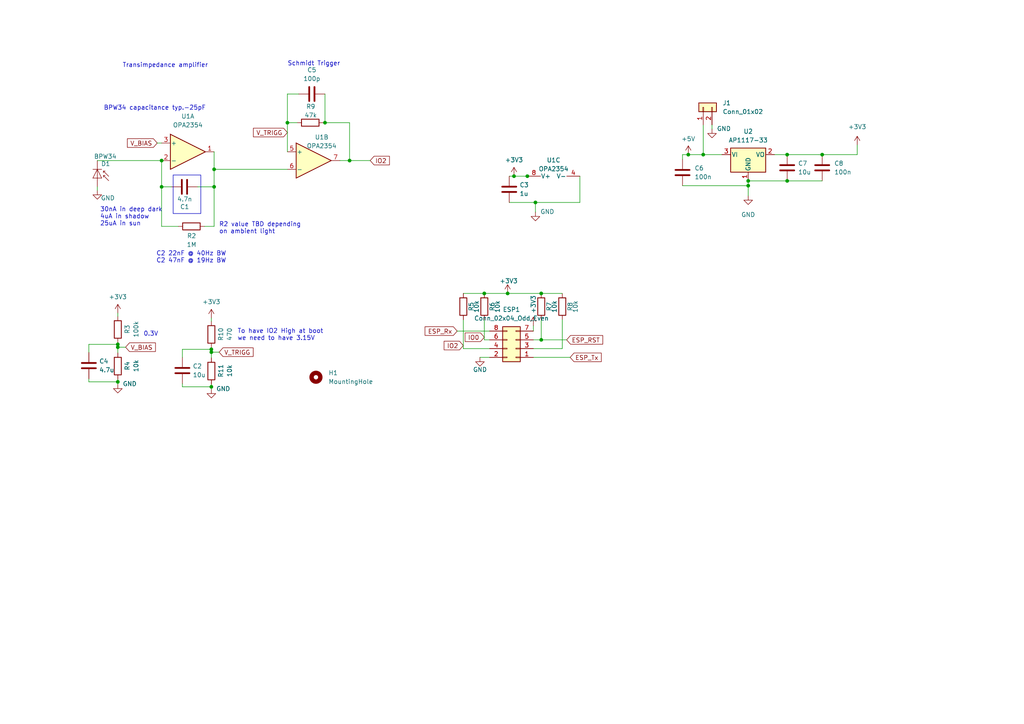
<source format=kicad_sch>
(kicad_sch (version 20230121) (generator eeschema)

  (uuid 8a8aec14-2177-4d34-a327-aa1a06fd0be5)

  (paper "A4")

  (lib_symbols
    (symbol "Amplifier_Operational:OPA2325" (pin_names (offset 0.127)) (in_bom yes) (on_board yes)
      (property "Reference" "U" (at 0 5.08 0)
        (effects (font (size 1.27 1.27)) (justify left))
      )
      (property "Value" "OPA2325" (at -1.27 -5.08 0)
        (effects (font (size 1.27 1.27)) (justify left))
      )
      (property "Footprint" "Package_SO:SOIC-8_3.9x4.9mm_P1.27mm" (at 0 0 0)
        (effects (font (size 1.27 1.27)) hide)
      )
      (property "Datasheet" "http://www.ti.com/lit/ds/symlink/opa2325.pdf" (at 0 0 0)
        (effects (font (size 1.27 1.27)) hide)
      )
      (property "ki_locked" "" (at 0 0 0)
        (effects (font (size 1.27 1.27)))
      )
      (property "ki_keywords" "dual opamp" (at 0 0 0)
        (effects (font (size 1.27 1.27)) hide)
      )
      (property "ki_description" "Precision, 10-MHz, Low-Noise, Low-Power, RRIO, CMOS Operational Amplifier, SOIC-8" (at 0 0 0)
        (effects (font (size 1.27 1.27)) hide)
      )
      (property "ki_fp_filters" "SOIC*3.9x4.9mm*P1.27mm*" (at 0 0 0)
        (effects (font (size 1.27 1.27)) hide)
      )
      (symbol "OPA2325_1_1"
        (polyline
          (pts
            (xy -5.08 5.08)
            (xy 5.08 0)
            (xy -5.08 -5.08)
            (xy -5.08 5.08)
          )
          (stroke (width 0.254) (type default))
          (fill (type background))
        )
        (pin output line (at 7.62 0 180) (length 2.54)
          (name "~" (effects (font (size 1.27 1.27))))
          (number "1" (effects (font (size 1.27 1.27))))
        )
        (pin input line (at -7.62 -2.54 0) (length 2.54)
          (name "-" (effects (font (size 1.27 1.27))))
          (number "2" (effects (font (size 1.27 1.27))))
        )
        (pin input line (at -7.62 2.54 0) (length 2.54)
          (name "+" (effects (font (size 1.27 1.27))))
          (number "3" (effects (font (size 1.27 1.27))))
        )
      )
      (symbol "OPA2325_2_1"
        (polyline
          (pts
            (xy -5.08 5.08)
            (xy 5.08 0)
            (xy -5.08 -5.08)
            (xy -5.08 5.08)
          )
          (stroke (width 0.254) (type default))
          (fill (type background))
        )
        (pin input line (at -7.62 2.54 0) (length 2.54)
          (name "+" (effects (font (size 1.27 1.27))))
          (number "5" (effects (font (size 1.27 1.27))))
        )
        (pin input line (at -7.62 -2.54 0) (length 2.54)
          (name "-" (effects (font (size 1.27 1.27))))
          (number "6" (effects (font (size 1.27 1.27))))
        )
        (pin output line (at 7.62 0 180) (length 2.54)
          (name "~" (effects (font (size 1.27 1.27))))
          (number "7" (effects (font (size 1.27 1.27))))
        )
      )
      (symbol "OPA2325_3_1"
        (pin power_in line (at -2.54 -7.62 90) (length 3.81)
          (name "V-" (effects (font (size 1.27 1.27))))
          (number "4" (effects (font (size 1.27 1.27))))
        )
        (pin power_in line (at -2.54 7.62 270) (length 3.81)
          (name "V+" (effects (font (size 1.27 1.27))))
          (number "8" (effects (font (size 1.27 1.27))))
        )
      )
    )
    (symbol "Connector_Generic:Conn_01x02" (pin_names (offset 1.016) hide) (in_bom yes) (on_board yes)
      (property "Reference" "J" (at 0 2.54 0)
        (effects (font (size 1.27 1.27)))
      )
      (property "Value" "Conn_01x02" (at 0 -5.08 0)
        (effects (font (size 1.27 1.27)))
      )
      (property "Footprint" "" (at 0 0 0)
        (effects (font (size 1.27 1.27)) hide)
      )
      (property "Datasheet" "~" (at 0 0 0)
        (effects (font (size 1.27 1.27)) hide)
      )
      (property "ki_keywords" "connector" (at 0 0 0)
        (effects (font (size 1.27 1.27)) hide)
      )
      (property "ki_description" "Generic connector, single row, 01x02, script generated (kicad-library-utils/schlib/autogen/connector/)" (at 0 0 0)
        (effects (font (size 1.27 1.27)) hide)
      )
      (property "ki_fp_filters" "Connector*:*_1x??_*" (at 0 0 0)
        (effects (font (size 1.27 1.27)) hide)
      )
      (symbol "Conn_01x02_1_1"
        (rectangle (start -1.27 -2.413) (end 0 -2.667)
          (stroke (width 0.1524) (type default))
          (fill (type none))
        )
        (rectangle (start -1.27 0.127) (end 0 -0.127)
          (stroke (width 0.1524) (type default))
          (fill (type none))
        )
        (rectangle (start -1.27 1.27) (end 1.27 -3.81)
          (stroke (width 0.254) (type default))
          (fill (type background))
        )
        (pin passive line (at -5.08 0 0) (length 3.81)
          (name "Pin_1" (effects (font (size 1.27 1.27))))
          (number "1" (effects (font (size 1.27 1.27))))
        )
        (pin passive line (at -5.08 -2.54 0) (length 3.81)
          (name "Pin_2" (effects (font (size 1.27 1.27))))
          (number "2" (effects (font (size 1.27 1.27))))
        )
      )
    )
    (symbol "Connector_Generic:Conn_02x04_Odd_Even" (pin_names (offset 1.016) hide) (in_bom yes) (on_board yes)
      (property "Reference" "J" (at 1.27 5.08 0)
        (effects (font (size 1.27 1.27)))
      )
      (property "Value" "Conn_02x04_Odd_Even" (at 1.27 -7.62 0)
        (effects (font (size 1.27 1.27)))
      )
      (property "Footprint" "" (at 0 0 0)
        (effects (font (size 1.27 1.27)) hide)
      )
      (property "Datasheet" "~" (at 0 0 0)
        (effects (font (size 1.27 1.27)) hide)
      )
      (property "ki_keywords" "connector" (at 0 0 0)
        (effects (font (size 1.27 1.27)) hide)
      )
      (property "ki_description" "Generic connector, double row, 02x04, odd/even pin numbering scheme (row 1 odd numbers, row 2 even numbers), script generated (kicad-library-utils/schlib/autogen/connector/)" (at 0 0 0)
        (effects (font (size 1.27 1.27)) hide)
      )
      (property "ki_fp_filters" "Connector*:*_2x??_*" (at 0 0 0)
        (effects (font (size 1.27 1.27)) hide)
      )
      (symbol "Conn_02x04_Odd_Even_1_1"
        (rectangle (start -1.27 -4.953) (end 0 -5.207)
          (stroke (width 0.1524) (type default))
          (fill (type none))
        )
        (rectangle (start -1.27 -2.413) (end 0 -2.667)
          (stroke (width 0.1524) (type default))
          (fill (type none))
        )
        (rectangle (start -1.27 0.127) (end 0 -0.127)
          (stroke (width 0.1524) (type default))
          (fill (type none))
        )
        (rectangle (start -1.27 2.667) (end 0 2.413)
          (stroke (width 0.1524) (type default))
          (fill (type none))
        )
        (rectangle (start -1.27 3.81) (end 3.81 -6.35)
          (stroke (width 0.254) (type default))
          (fill (type background))
        )
        (rectangle (start 3.81 -4.953) (end 2.54 -5.207)
          (stroke (width 0.1524) (type default))
          (fill (type none))
        )
        (rectangle (start 3.81 -2.413) (end 2.54 -2.667)
          (stroke (width 0.1524) (type default))
          (fill (type none))
        )
        (rectangle (start 3.81 0.127) (end 2.54 -0.127)
          (stroke (width 0.1524) (type default))
          (fill (type none))
        )
        (rectangle (start 3.81 2.667) (end 2.54 2.413)
          (stroke (width 0.1524) (type default))
          (fill (type none))
        )
        (pin passive line (at -5.08 2.54 0) (length 3.81)
          (name "Pin_1" (effects (font (size 1.27 1.27))))
          (number "1" (effects (font (size 1.27 1.27))))
        )
        (pin passive line (at 7.62 2.54 180) (length 3.81)
          (name "Pin_2" (effects (font (size 1.27 1.27))))
          (number "2" (effects (font (size 1.27 1.27))))
        )
        (pin passive line (at -5.08 0 0) (length 3.81)
          (name "Pin_3" (effects (font (size 1.27 1.27))))
          (number "3" (effects (font (size 1.27 1.27))))
        )
        (pin passive line (at 7.62 0 180) (length 3.81)
          (name "Pin_4" (effects (font (size 1.27 1.27))))
          (number "4" (effects (font (size 1.27 1.27))))
        )
        (pin passive line (at -5.08 -2.54 0) (length 3.81)
          (name "Pin_5" (effects (font (size 1.27 1.27))))
          (number "5" (effects (font (size 1.27 1.27))))
        )
        (pin passive line (at 7.62 -2.54 180) (length 3.81)
          (name "Pin_6" (effects (font (size 1.27 1.27))))
          (number "6" (effects (font (size 1.27 1.27))))
        )
        (pin passive line (at -5.08 -5.08 0) (length 3.81)
          (name "Pin_7" (effects (font (size 1.27 1.27))))
          (number "7" (effects (font (size 1.27 1.27))))
        )
        (pin passive line (at 7.62 -5.08 180) (length 3.81)
          (name "Pin_8" (effects (font (size 1.27 1.27))))
          (number "8" (effects (font (size 1.27 1.27))))
        )
      )
    )
    (symbol "Device:C" (pin_numbers hide) (pin_names (offset 0.254)) (in_bom yes) (on_board yes)
      (property "Reference" "C" (at 0.635 2.54 0)
        (effects (font (size 1.27 1.27)) (justify left))
      )
      (property "Value" "C" (at 0.635 -2.54 0)
        (effects (font (size 1.27 1.27)) (justify left))
      )
      (property "Footprint" "" (at 0.9652 -3.81 0)
        (effects (font (size 1.27 1.27)) hide)
      )
      (property "Datasheet" "~" (at 0 0 0)
        (effects (font (size 1.27 1.27)) hide)
      )
      (property "ki_keywords" "cap capacitor" (at 0 0 0)
        (effects (font (size 1.27 1.27)) hide)
      )
      (property "ki_description" "Unpolarized capacitor" (at 0 0 0)
        (effects (font (size 1.27 1.27)) hide)
      )
      (property "ki_fp_filters" "C_*" (at 0 0 0)
        (effects (font (size 1.27 1.27)) hide)
      )
      (symbol "C_0_1"
        (polyline
          (pts
            (xy -2.032 -0.762)
            (xy 2.032 -0.762)
          )
          (stroke (width 0.508) (type default))
          (fill (type none))
        )
        (polyline
          (pts
            (xy -2.032 0.762)
            (xy 2.032 0.762)
          )
          (stroke (width 0.508) (type default))
          (fill (type none))
        )
      )
      (symbol "C_1_1"
        (pin passive line (at 0 3.81 270) (length 2.794)
          (name "~" (effects (font (size 1.27 1.27))))
          (number "1" (effects (font (size 1.27 1.27))))
        )
        (pin passive line (at 0 -3.81 90) (length 2.794)
          (name "~" (effects (font (size 1.27 1.27))))
          (number "2" (effects (font (size 1.27 1.27))))
        )
      )
    )
    (symbol "Device:R" (pin_numbers hide) (pin_names (offset 0)) (in_bom yes) (on_board yes)
      (property "Reference" "R" (at 2.032 0 90)
        (effects (font (size 1.27 1.27)))
      )
      (property "Value" "R" (at 0 0 90)
        (effects (font (size 1.27 1.27)))
      )
      (property "Footprint" "" (at -1.778 0 90)
        (effects (font (size 1.27 1.27)) hide)
      )
      (property "Datasheet" "~" (at 0 0 0)
        (effects (font (size 1.27 1.27)) hide)
      )
      (property "ki_keywords" "R res resistor" (at 0 0 0)
        (effects (font (size 1.27 1.27)) hide)
      )
      (property "ki_description" "Resistor" (at 0 0 0)
        (effects (font (size 1.27 1.27)) hide)
      )
      (property "ki_fp_filters" "R_*" (at 0 0 0)
        (effects (font (size 1.27 1.27)) hide)
      )
      (symbol "R_0_1"
        (rectangle (start -1.016 -2.54) (end 1.016 2.54)
          (stroke (width 0.254) (type default))
          (fill (type none))
        )
      )
      (symbol "R_1_1"
        (pin passive line (at 0 3.81 270) (length 1.27)
          (name "~" (effects (font (size 1.27 1.27))))
          (number "1" (effects (font (size 1.27 1.27))))
        )
        (pin passive line (at 0 -3.81 90) (length 1.27)
          (name "~" (effects (font (size 1.27 1.27))))
          (number "2" (effects (font (size 1.27 1.27))))
        )
      )
    )
    (symbol "Mechanical:MountingHole" (pin_names (offset 1.016)) (in_bom yes) (on_board yes)
      (property "Reference" "H" (at 0 5.08 0)
        (effects (font (size 1.27 1.27)))
      )
      (property "Value" "MountingHole" (at 0 3.175 0)
        (effects (font (size 1.27 1.27)))
      )
      (property "Footprint" "" (at 0 0 0)
        (effects (font (size 1.27 1.27)) hide)
      )
      (property "Datasheet" "~" (at 0 0 0)
        (effects (font (size 1.27 1.27)) hide)
      )
      (property "ki_keywords" "mounting hole" (at 0 0 0)
        (effects (font (size 1.27 1.27)) hide)
      )
      (property "ki_description" "Mounting Hole without connection" (at 0 0 0)
        (effects (font (size 1.27 1.27)) hide)
      )
      (property "ki_fp_filters" "MountingHole*" (at 0 0 0)
        (effects (font (size 1.27 1.27)) hide)
      )
      (symbol "MountingHole_0_1"
        (circle (center 0 0) (radius 1.27)
          (stroke (width 1.27) (type default))
          (fill (type none))
        )
      )
    )
    (symbol "Regulator_Linear:AP1117-33" (pin_names (offset 0.254)) (in_bom yes) (on_board yes)
      (property "Reference" "U" (at -3.81 3.175 0)
        (effects (font (size 1.27 1.27)))
      )
      (property "Value" "AP1117-33" (at 0 3.175 0)
        (effects (font (size 1.27 1.27)) (justify left))
      )
      (property "Footprint" "Package_TO_SOT_SMD:SOT-223-3_TabPin2" (at 0 5.08 0)
        (effects (font (size 1.27 1.27)) hide)
      )
      (property "Datasheet" "http://www.diodes.com/datasheets/AP1117.pdf" (at 2.54 -6.35 0)
        (effects (font (size 1.27 1.27)) hide)
      )
      (property "ki_keywords" "linear regulator ldo fixed positive obsolete" (at 0 0 0)
        (effects (font (size 1.27 1.27)) hide)
      )
      (property "ki_description" "1A Low Dropout regulator, positive, 3.3V fixed output, SOT-223" (at 0 0 0)
        (effects (font (size 1.27 1.27)) hide)
      )
      (property "ki_fp_filters" "SOT?223*TabPin2*" (at 0 0 0)
        (effects (font (size 1.27 1.27)) hide)
      )
      (symbol "AP1117-33_0_1"
        (rectangle (start -5.08 -5.08) (end 5.08 1.905)
          (stroke (width 0.254) (type default))
          (fill (type background))
        )
      )
      (symbol "AP1117-33_1_1"
        (pin power_in line (at 0 -7.62 90) (length 2.54)
          (name "GND" (effects (font (size 1.27 1.27))))
          (number "1" (effects (font (size 1.27 1.27))))
        )
        (pin power_out line (at 7.62 0 180) (length 2.54)
          (name "VO" (effects (font (size 1.27 1.27))))
          (number "2" (effects (font (size 1.27 1.27))))
        )
        (pin power_in line (at -7.62 0 0) (length 2.54)
          (name "VI" (effects (font (size 1.27 1.27))))
          (number "3" (effects (font (size 1.27 1.27))))
        )
      )
    )
    (symbol "Sensor_Optical:BPW34" (pin_numbers hide) (pin_names (offset 1.016) hide) (in_bom yes) (on_board yes)
      (property "Reference" "D" (at 0.508 1.778 0)
        (effects (font (size 1.27 1.27)) (justify left))
      )
      (property "Value" "BPW34" (at -1.016 -2.794 0)
        (effects (font (size 1.27 1.27)))
      )
      (property "Footprint" "OptoDevice:Osram_DIL2_4.3x4.65mm_P5.08mm" (at 0 4.445 0)
        (effects (font (size 1.27 1.27)) hide)
      )
      (property "Datasheet" "http://www.vishay.com/docs/81521/bpw34.pdf" (at -1.27 0 0)
        (effects (font (size 1.27 1.27)) hide)
      )
      (property "ki_keywords" "opto PIN photodiode" (at 0 0 0)
        (effects (font (size 1.27 1.27)) hide)
      )
      (property "ki_description" "Silicon PIN Photodiode" (at 0 0 0)
        (effects (font (size 1.27 1.27)) hide)
      )
      (property "ki_fp_filters" "Osram*DIL2*4.3x4.65mm*P5.08*" (at 0 0 0)
        (effects (font (size 1.27 1.27)) hide)
      )
      (symbol "BPW34_0_1"
        (polyline
          (pts
            (xy -2.54 1.27)
            (xy -2.54 -1.27)
          )
          (stroke (width 0.1524) (type default))
          (fill (type none))
        )
        (polyline
          (pts
            (xy -2.032 1.778)
            (xy -1.524 1.778)
          )
          (stroke (width 0) (type default))
          (fill (type none))
        )
        (polyline
          (pts
            (xy 0 -1.27)
            (xy 0 1.27)
          )
          (stroke (width 0) (type default))
          (fill (type none))
        )
        (polyline
          (pts
            (xy 0 0)
            (xy -2.54 0)
          )
          (stroke (width 0) (type default))
          (fill (type none))
        )
        (polyline
          (pts
            (xy -0.508 3.302)
            (xy -2.032 1.778)
            (xy -2.032 2.286)
          )
          (stroke (width 0) (type default))
          (fill (type none))
        )
        (polyline
          (pts
            (xy 0 1.27)
            (xy -2.54 0)
            (xy 0 -1.27)
          )
          (stroke (width 0) (type default))
          (fill (type none))
        )
        (polyline
          (pts
            (xy 0.762 3.302)
            (xy -0.762 1.778)
            (xy -0.762 2.286)
            (xy -0.762 1.778)
            (xy -0.254 1.778)
          )
          (stroke (width 0) (type default))
          (fill (type none))
        )
      )
      (symbol "BPW34_1_1"
        (pin passive line (at -5.08 0 0) (length 2.54)
          (name "K" (effects (font (size 1.27 1.27))))
          (number "1" (effects (font (size 1.27 1.27))))
        )
        (pin passive line (at 2.54 0 180) (length 2.54)
          (name "A" (effects (font (size 1.27 1.27))))
          (number "2" (effects (font (size 1.27 1.27))))
        )
      )
    )
    (symbol "power:+3.3V" (power) (pin_names (offset 0)) (in_bom yes) (on_board yes)
      (property "Reference" "#PWR" (at 0 -3.81 0)
        (effects (font (size 1.27 1.27)) hide)
      )
      (property "Value" "+3.3V" (at 0 3.556 0)
        (effects (font (size 1.27 1.27)))
      )
      (property "Footprint" "" (at 0 0 0)
        (effects (font (size 1.27 1.27)) hide)
      )
      (property "Datasheet" "" (at 0 0 0)
        (effects (font (size 1.27 1.27)) hide)
      )
      (property "ki_keywords" "power-flag" (at 0 0 0)
        (effects (font (size 1.27 1.27)) hide)
      )
      (property "ki_description" "Power symbol creates a global label with name \"+3.3V\"" (at 0 0 0)
        (effects (font (size 1.27 1.27)) hide)
      )
      (symbol "+3.3V_0_1"
        (polyline
          (pts
            (xy -0.762 1.27)
            (xy 0 2.54)
          )
          (stroke (width 0) (type default))
          (fill (type none))
        )
        (polyline
          (pts
            (xy 0 0)
            (xy 0 2.54)
          )
          (stroke (width 0) (type default))
          (fill (type none))
        )
        (polyline
          (pts
            (xy 0 2.54)
            (xy 0.762 1.27)
          )
          (stroke (width 0) (type default))
          (fill (type none))
        )
      )
      (symbol "+3.3V_1_1"
        (pin power_in line (at 0 0 90) (length 0) hide
          (name "+3V3" (effects (font (size 1.27 1.27))))
          (number "1" (effects (font (size 1.27 1.27))))
        )
      )
    )
    (symbol "power:+3V3" (power) (pin_names (offset 0)) (in_bom yes) (on_board yes)
      (property "Reference" "#PWR" (at 0 -3.81 0)
        (effects (font (size 1.27 1.27)) hide)
      )
      (property "Value" "+3V3" (at 0 3.556 0)
        (effects (font (size 1.27 1.27)))
      )
      (property "Footprint" "" (at 0 0 0)
        (effects (font (size 1.27 1.27)) hide)
      )
      (property "Datasheet" "" (at 0 0 0)
        (effects (font (size 1.27 1.27)) hide)
      )
      (property "ki_keywords" "power-flag" (at 0 0 0)
        (effects (font (size 1.27 1.27)) hide)
      )
      (property "ki_description" "Power symbol creates a global label with name \"+3V3\"" (at 0 0 0)
        (effects (font (size 1.27 1.27)) hide)
      )
      (symbol "+3V3_0_1"
        (polyline
          (pts
            (xy -0.762 1.27)
            (xy 0 2.54)
          )
          (stroke (width 0) (type default))
          (fill (type none))
        )
        (polyline
          (pts
            (xy 0 0)
            (xy 0 2.54)
          )
          (stroke (width 0) (type default))
          (fill (type none))
        )
        (polyline
          (pts
            (xy 0 2.54)
            (xy 0.762 1.27)
          )
          (stroke (width 0) (type default))
          (fill (type none))
        )
      )
      (symbol "+3V3_1_1"
        (pin power_in line (at 0 0 90) (length 0) hide
          (name "+3V3" (effects (font (size 1.27 1.27))))
          (number "1" (effects (font (size 1.27 1.27))))
        )
      )
    )
    (symbol "power:+5V" (power) (pin_names (offset 0)) (in_bom yes) (on_board yes)
      (property "Reference" "#PWR" (at 0 -3.81 0)
        (effects (font (size 1.27 1.27)) hide)
      )
      (property "Value" "+5V" (at 0 3.556 0)
        (effects (font (size 1.27 1.27)))
      )
      (property "Footprint" "" (at 0 0 0)
        (effects (font (size 1.27 1.27)) hide)
      )
      (property "Datasheet" "" (at 0 0 0)
        (effects (font (size 1.27 1.27)) hide)
      )
      (property "ki_keywords" "global power" (at 0 0 0)
        (effects (font (size 1.27 1.27)) hide)
      )
      (property "ki_description" "Power symbol creates a global label with name \"+5V\"" (at 0 0 0)
        (effects (font (size 1.27 1.27)) hide)
      )
      (symbol "+5V_0_1"
        (polyline
          (pts
            (xy -0.762 1.27)
            (xy 0 2.54)
          )
          (stroke (width 0) (type default))
          (fill (type none))
        )
        (polyline
          (pts
            (xy 0 0)
            (xy 0 2.54)
          )
          (stroke (width 0) (type default))
          (fill (type none))
        )
        (polyline
          (pts
            (xy 0 2.54)
            (xy 0.762 1.27)
          )
          (stroke (width 0) (type default))
          (fill (type none))
        )
      )
      (symbol "+5V_1_1"
        (pin power_in line (at 0 0 90) (length 0) hide
          (name "+5V" (effects (font (size 1.27 1.27))))
          (number "1" (effects (font (size 1.27 1.27))))
        )
      )
    )
    (symbol "power:GND" (power) (pin_names (offset 0)) (in_bom yes) (on_board yes)
      (property "Reference" "#PWR" (at 0 -6.35 0)
        (effects (font (size 1.27 1.27)) hide)
      )
      (property "Value" "GND" (at 0 -3.81 0)
        (effects (font (size 1.27 1.27)))
      )
      (property "Footprint" "" (at 0 0 0)
        (effects (font (size 1.27 1.27)) hide)
      )
      (property "Datasheet" "" (at 0 0 0)
        (effects (font (size 1.27 1.27)) hide)
      )
      (property "ki_keywords" "power-flag" (at 0 0 0)
        (effects (font (size 1.27 1.27)) hide)
      )
      (property "ki_description" "Power symbol creates a global label with name \"GND\" , ground" (at 0 0 0)
        (effects (font (size 1.27 1.27)) hide)
      )
      (symbol "GND_0_1"
        (polyline
          (pts
            (xy 0 0)
            (xy 0 -1.27)
            (xy 1.27 -1.27)
            (xy 0 -2.54)
            (xy -1.27 -1.27)
            (xy 0 -1.27)
          )
          (stroke (width 0) (type default))
          (fill (type none))
        )
      )
      (symbol "GND_1_1"
        (pin power_in line (at 0 0 270) (length 0) hide
          (name "GND" (effects (font (size 1.27 1.27))))
          (number "1" (effects (font (size 1.27 1.27))))
        )
      )
    )
  )

  (junction (at 101.39 46.57) (diameter 0) (color 0 0 0 0)
    (uuid 19ee339a-6892-47c2-8092-c9415bed71ca)
  )
  (junction (at 34.17 99.88) (diameter 0) (color 0 0 0 0)
    (uuid 1aceaab2-7f36-41c4-87f1-152b98920b64)
  )
  (junction (at 228.31 44.85) (diameter 0) (color 0 0 0 0)
    (uuid 2f8eef5f-34d0-4120-a6df-3c0e29b11ab2)
  )
  (junction (at 94.26 35.59) (diameter 0) (color 0 0 0 0)
    (uuid 4edfd69a-a2e9-4d87-bd55-4a87da3b66df)
  )
  (junction (at 155.3 58.72) (diameter 0) (color 0 0 0 0)
    (uuid 5470a24d-c198-4e00-bc47-80daef8debfc)
  )
  (junction (at 217.01 52.47) (diameter 0) (color 0 0 0 0)
    (uuid 5957491a-442e-4323-970c-28120a325252)
  )
  (junction (at 217.01 53.86) (diameter 0) (color 0 0 0 0)
    (uuid 5a3ce44e-f456-4387-adc9-06c097e04f6c)
  )
  (junction (at 199.64 44.85) (diameter 0) (color 0 0 0 0)
    (uuid 607b0581-48b0-4e88-a1c3-ea91e43cb81d)
  )
  (junction (at 156.98 85.11) (diameter 0) (color 0 0 0 0)
    (uuid 64db2220-fe44-4417-9fdc-d6b9866d287c)
  )
  (junction (at 61.3 101.32) (diameter 0) (color 0 0 0 0)
    (uuid 691e0766-46b6-4e25-9a51-1d23b7d3507d)
  )
  (junction (at 147.23 85.11) (diameter 0) (color 0 0 0 0)
    (uuid 6eedb3c4-5de3-4bfc-a6f9-a138e2a2e89b)
  )
  (junction (at 228.31 52.47) (diameter 0) (color 0 0 0 0)
    (uuid 75c605cf-c23a-4d2f-a632-4db15f937a8f)
  )
  (junction (at 83.36 35.59) (diameter 0) (color 0 0 0 0)
    (uuid 76e4da85-96f6-4d82-a6b8-c4f8adfdbc72)
  )
  (junction (at 203.97 44.85) (diameter 0) (color 0 0 0 0)
    (uuid 798edd32-273c-4f10-9588-900076d122b0)
  )
  (junction (at 34.17 100.7) (diameter 0) (color 0 0 0 0)
    (uuid 79b67c20-7292-48fa-a3fe-0f5d54ccd100)
  )
  (junction (at 46.87 46.57) (diameter 0) (color 0 0 0 0)
    (uuid 8ca5415c-0570-497c-a554-4c0b9f44d421)
  )
  (junction (at 238.47 44.85) (diameter 0) (color 0 0 0 0)
    (uuid 99c47299-c088-4cbf-abe1-05b9f91d8e41)
  )
  (junction (at 46.87 54.19) (diameter 0) (color 0 0 0 0)
    (uuid bb620a34-a8a9-4a7e-9484-5c4f0262083f)
  )
  (junction (at 149.08 51.1) (diameter 0) (color 0 0 0 0)
    (uuid ca14cb1b-73be-46ac-88b4-34d8e58cb087)
  )
  (junction (at 62.1 54.19) (diameter 0) (color 0 0 0 0)
    (uuid d1ed1aa7-d815-4949-b166-f0235d57d33b)
  )
  (junction (at 152.95 51.1) (diameter 0) (color 0 0 0 0)
    (uuid d9ca5b6f-9636-4630-9113-eb6ad282a6f7)
  )
  (junction (at 62.1 49.11) (diameter 0) (color 0 0 0 0)
    (uuid e0b12233-6285-4c55-b977-f5f9a12a3b6c)
  )
  (junction (at 156.98 98.57) (diameter 0) (color 0 0 0 0)
    (uuid e4ede9a6-0fcc-4c82-81c7-de2db567112b)
  )
  (junction (at 61.3 102.14) (diameter 0) (color 0 0 0 0)
    (uuid e8de36fe-015b-4a71-bf20-8b1d39cf16fc)
  )
  (junction (at 140.47 85.11) (diameter 0) (color 0 0 0 0)
    (uuid ed14d16b-cb22-4398-830b-3481b549ab78)
  )
  (junction (at 61.3 112.19) (diameter 0) (color 0 0 0 0)
    (uuid ef27eb0d-55e3-47ff-91cf-0f2df168f3b3)
  )
  (junction (at 34.17 110.75) (diameter 0) (color 0 0 0 0)
    (uuid f3f2b109-ae1d-4fa5-b50f-9a087a40163a)
  )

  (wire (pts (xy 209.39 44.85) (xy 203.97 44.85))
    (stroke (width 0) (type default))
    (uuid 00013b6d-c346-4a05-b18c-3f5ecfeef01e)
  )
  (wire (pts (xy 59.33 65.66) (xy 62.1 65.66))
    (stroke (width 0) (type default))
    (uuid 022ec789-f8af-456a-aae6-09244ade321e)
  )
  (wire (pts (xy 94.26 27.27) (xy 94.26 35.59))
    (stroke (width 0) (type default))
    (uuid 05567815-6892-4531-b5ed-b3e0b650dcc6)
  )
  (wire (pts (xy 28.22 46.57) (xy 46.87 46.57))
    (stroke (width 0) (type default))
    (uuid 07e2bee7-23c7-4053-a7eb-9e27f457f79d)
  )
  (wire (pts (xy 217.01 53.86) (xy 217.01 52.47))
    (stroke (width 0) (type default))
    (uuid 08b0c3e1-565a-40c5-9f3c-1f5674a4fc8e)
  )
  (wire (pts (xy 34.17 110.75) (xy 34.17 111.44))
    (stroke (width 0) (type default))
    (uuid 0a638a1d-8eee-4427-948e-06178d76ba79)
  )
  (wire (pts (xy 83.36 35.59) (xy 83.36 27.27))
    (stroke (width 0) (type default))
    (uuid 0aadb546-1c58-4166-91b8-bbe2cd2b0789)
  )
  (wire (pts (xy 140.47 98.57) (xy 142 98.57))
    (stroke (width 0) (type default))
    (uuid 105c9fd9-81bd-4631-a461-71f2c57f4281)
  )
  (wire (pts (xy 93.8 35.59) (xy 94.26 35.59))
    (stroke (width 0) (type default))
    (uuid 1882ae74-2686-4a36-9649-c3db74e3874f)
  )
  (wire (pts (xy 34.17 109.99) (xy 34.17 110.75))
    (stroke (width 0) (type default))
    (uuid 18bc3dda-4b88-45e7-b05e-6e916b0fbdd5)
  )
  (wire (pts (xy 83.36 27.27) (xy 86.64 27.27))
    (stroke (width 0) (type default))
    (uuid 19ff2547-52ab-4eae-8bd6-34fa2e6eb680)
  )
  (wire (pts (xy 134.38 92.73) (xy 134.38 101.11))
    (stroke (width 0) (type default))
    (uuid 1d74e83f-3ef5-4c93-a259-131be53633b8)
  )
  (wire (pts (xy 154.7 101.11) (xy 163.08 101.11))
    (stroke (width 0) (type default))
    (uuid 28afce24-d74e-4e4e-b5c1-af2c074171f8)
  )
  (wire (pts (xy 28.22 54.19) (xy 28.22 55.24))
    (stroke (width 0) (type default))
    (uuid 2a27e703-5827-4912-b48a-4c5a5bd0b6a8)
  )
  (wire (pts (xy 61.3 101.32) (xy 61.3 102.14))
    (stroke (width 0) (type default))
    (uuid 2a5b1cff-eb92-4f3e-a490-58d1ab56f1be)
  )
  (wire (pts (xy 45.6 41.49) (xy 46.87 41.49))
    (stroke (width 0) (type default))
    (uuid 2bca8a5b-edd8-4641-af0c-717181a083ce)
  )
  (wire (pts (xy 134.38 85.11) (xy 140.47 85.11))
    (stroke (width 0) (type default))
    (uuid 2f65e513-fe6b-42ac-a35a-a15178a979ad)
  )
  (wire (pts (xy 197.96 44.85) (xy 197.96 46.24))
    (stroke (width 0) (type default))
    (uuid 329d6824-41b8-4035-997f-6fadd151902b)
  )
  (wire (pts (xy 101.39 46.57) (xy 107.38 46.57))
    (stroke (width 0) (type default))
    (uuid 37d012ce-ca4b-4bd3-84bf-174d734205d8)
  )
  (wire (pts (xy 61.3 112.19) (xy 61.3 112.88))
    (stroke (width 0) (type default))
    (uuid 3aeb8e13-21e5-4856-a450-1e4034e8b110)
  )
  (wire (pts (xy 149.08 51.1) (xy 152.95 51.1))
    (stroke (width 0) (type default))
    (uuid 3e01c76d-8b38-4758-a7f2-8e61c8f6352c)
  )
  (wire (pts (xy 98.6 46.57) (xy 101.39 46.57))
    (stroke (width 0) (type default))
    (uuid 406dfc21-9a34-4e4d-85a4-622495171e13)
  )
  (wire (pts (xy 156.98 98.57) (xy 164.35 98.57))
    (stroke (width 0) (type default))
    (uuid 42ece6e3-8709-42d5-a67b-c967feb30240)
  )
  (wire (pts (xy 139.2 103.65) (xy 142 103.65))
    (stroke (width 0) (type default))
    (uuid 43b1b62c-8581-4a4c-9311-8c5ea24e5ac6)
  )
  (wire (pts (xy 101.39 35.59) (xy 101.39 46.57))
    (stroke (width 0) (type default))
    (uuid 482ee729-f025-4f84-8b8c-5c27908472da)
  )
  (wire (pts (xy 34.17 99.88) (xy 34.17 100.7))
    (stroke (width 0) (type default))
    (uuid 4a5bf3c0-d717-41b0-a583-bce30bbdfe03)
  )
  (wire (pts (xy 34.17 90.82) (xy 34.17 91.75))
    (stroke (width 0) (type default))
    (uuid 4e49deaa-b424-4164-ad5e-06eec8b89030)
  )
  (wire (pts (xy 62.1 49.11) (xy 62.1 54.19))
    (stroke (width 0) (type default))
    (uuid 4f338855-6637-410d-99cc-613da5d64f22)
  )
  (wire (pts (xy 134.38 101.11) (xy 142 101.11))
    (stroke (width 0) (type default))
    (uuid 512ab0f4-848b-413f-9b8c-dd7b2ed1059f)
  )
  (wire (pts (xy 203.97 36.21) (xy 203.97 44.85))
    (stroke (width 0) (type default))
    (uuid 5651c4ac-6a67-48d5-b3f7-0be87e7c3364)
  )
  (wire (pts (xy 152.95 51.1) (xy 152.96 51.1))
    (stroke (width 0) (type default))
    (uuid 5669853a-8c2d-49a4-809f-19ae760a32c4)
  )
  (wire (pts (xy 62.1 49.11) (xy 83.36 49.11))
    (stroke (width 0) (type default))
    (uuid 582b9d9b-237b-4426-b89f-a4d2ffa9d628)
  )
  (wire (pts (xy 61.3 102.14) (xy 63.56 102.14))
    (stroke (width 0) (type default))
    (uuid 59349228-c811-4de6-9550-fa9ecd969c2e)
  )
  (wire (pts (xy 83.36 35.59) (xy 86.18 35.59))
    (stroke (width 0) (type default))
    (uuid 59f8b1dd-63ab-4426-b362-9dd1c2239dc3)
  )
  (wire (pts (xy 147.23 85.11) (xy 156.98 85.11))
    (stroke (width 0) (type default))
    (uuid 5d3de504-2097-46c5-9145-571df0099191)
  )
  (wire (pts (xy 132.6 96.03) (xy 142 96.03))
    (stroke (width 0) (type default))
    (uuid 627fb83e-a075-4a29-8982-1ff7b0613d6a)
  )
  (wire (pts (xy 228.31 52.47) (xy 238.47 52.47))
    (stroke (width 0) (type default))
    (uuid 6351dba5-691f-4baa-8c63-741ea3604ec3)
  )
  (wire (pts (xy 34.17 100.7) (xy 34.17 102.37))
    (stroke (width 0) (type default))
    (uuid 685aed9c-6325-49ff-bb08-99af030447ae)
  )
  (wire (pts (xy 25.77 99.88) (xy 34.17 99.88))
    (stroke (width 0) (type default))
    (uuid 6e0a947e-715b-4f49-bfbe-1ed195f41dd1)
  )
  (wire (pts (xy 154.7 94.51) (xy 154.7 96.03))
    (stroke (width 0) (type default))
    (uuid 6ee46658-c2b1-4543-9208-8e1b5c833a9b)
  )
  (wire (pts (xy 155.3 58.72) (xy 155.3 61.51))
    (stroke (width 0) (type default))
    (uuid 7397c7be-c3ed-436b-af3c-9546a895e31f)
  )
  (wire (pts (xy 203.97 44.85) (xy 199.64 44.85))
    (stroke (width 0) (type default))
    (uuid 740366ca-162b-4781-ae62-3355cb38848e)
  )
  (wire (pts (xy 61.3 111.43) (xy 61.3 112.19))
    (stroke (width 0) (type default))
    (uuid 771c92a2-1f51-4dd1-a14c-41307d9b9033)
  )
  (wire (pts (xy 61.3 100.81) (xy 61.3 101.32))
    (stroke (width 0) (type default))
    (uuid 7da206d7-0a39-4b45-bf7c-6705251d854a)
  )
  (wire (pts (xy 140.47 92.73) (xy 140.47 98.57))
    (stroke (width 0) (type default))
    (uuid 8169e93e-d451-4ecd-9620-a259d0b69fdf)
  )
  (wire (pts (xy 163.08 101.11) (xy 163.08 92.73))
    (stroke (width 0) (type default))
    (uuid 8185a307-cb58-4e39-a2ee-22f23cafb779)
  )
  (wire (pts (xy 83.36 44.03) (xy 83.36 35.59))
    (stroke (width 0) (type default))
    (uuid 83c24995-7356-4c4e-95b9-88cdd219d393)
  )
  (wire (pts (xy 217.01 52.47) (xy 228.31 52.47))
    (stroke (width 0) (type default))
    (uuid 87ddeafd-befb-4953-9f45-15c79b81cc9e)
  )
  (wire (pts (xy 62.1 44.03) (xy 62.1 49.11))
    (stroke (width 0) (type default))
    (uuid 88ee6c75-082b-43d5-8da0-e2eb264b08b0)
  )
  (wire (pts (xy 199.64 44.85) (xy 197.96 44.85))
    (stroke (width 0) (type default))
    (uuid 89bee1d5-9cb2-4261-903b-9512e8502e4f)
  )
  (wire (pts (xy 156.98 98.57) (xy 156.98 92.73))
    (stroke (width 0) (type default))
    (uuid 89cfdc0b-cb51-4b7e-a461-365f9aa46da9)
  )
  (wire (pts (xy 94.26 35.59) (xy 101.39 35.59))
    (stroke (width 0) (type default))
    (uuid 8a591e1a-c8b3-4609-8beb-77a0b13ff5be)
  )
  (wire (pts (xy 52.9 103.67) (xy 52.9 101.32))
    (stroke (width 0) (type default))
    (uuid 912135cb-f3c0-4748-874a-95e09fef5129)
  )
  (wire (pts (xy 155.3 58.72) (xy 147.7 58.72))
    (stroke (width 0) (type default))
    (uuid 93468d17-5812-42f7-b4c7-c3623a048a5f)
  )
  (wire (pts (xy 52.9 101.32) (xy 61.3 101.32))
    (stroke (width 0) (type default))
    (uuid 9845ebf6-3ae7-4832-9c1b-ec826a0fde6a)
  )
  (wire (pts (xy 154.7 103.65) (xy 165.37 103.65))
    (stroke (width 0) (type default))
    (uuid a0a4c598-f5df-48e6-a153-3cdf30f671af)
  )
  (wire (pts (xy 46.87 65.66) (xy 46.87 54.19))
    (stroke (width 0) (type default))
    (uuid a3d68c18-e7dc-449f-af4e-d0d4c544deb2)
  )
  (wire (pts (xy 224.63 44.85) (xy 228.31 44.85))
    (stroke (width 0) (type default))
    (uuid a98791ea-a521-4a34-88d6-b3fcf5025e51)
  )
  (wire (pts (xy 147.7 51.1) (xy 149.08 51.1))
    (stroke (width 0) (type default))
    (uuid aa44696f-643c-4c0f-bfdb-9d67bcff9b8a)
  )
  (wire (pts (xy 51.71 65.66) (xy 46.87 65.66))
    (stroke (width 0) (type default))
    (uuid acb2680d-6793-470a-915a-1d57a17e4006)
  )
  (wire (pts (xy 168.19 51.1) (xy 168.19 58.72))
    (stroke (width 0) (type default))
    (uuid b091620c-15c1-4f6b-837e-2cf0c73a404e)
  )
  (wire (pts (xy 228.31 44.85) (xy 238.47 44.85))
    (stroke (width 0) (type default))
    (uuid b25ba654-028c-4d91-9d91-4a5c5031e171)
  )
  (wire (pts (xy 25.77 109.85) (xy 25.77 110.75))
    (stroke (width 0) (type default))
    (uuid b36ef861-ed7b-4953-b75b-777ac8979db8)
  )
  (wire (pts (xy 52.9 112.19) (xy 61.3 112.19))
    (stroke (width 0) (type default))
    (uuid b8fae5bf-f167-43b5-aff6-6dafeb200b4a)
  )
  (wire (pts (xy 168.19 58.72) (xy 155.3 58.72))
    (stroke (width 0) (type default))
    (uuid bc01e6d1-79cf-48bd-b9b7-8ff251e705af)
  )
  (wire (pts (xy 154.7 98.57) (xy 156.98 98.57))
    (stroke (width 0) (type default))
    (uuid bcc1671e-d8a4-4bfe-addd-5bcfa3d03236)
  )
  (wire (pts (xy 61.3 102.14) (xy 61.3 103.81))
    (stroke (width 0) (type default))
    (uuid c254dd09-6d53-4c62-86f5-9a521c63e7d2)
  )
  (wire (pts (xy 46.87 54.19) (xy 46.87 46.57))
    (stroke (width 0) (type default))
    (uuid c36724cc-2313-475d-ba36-38973e336643)
  )
  (wire (pts (xy 34.17 99.37) (xy 34.17 99.88))
    (stroke (width 0) (type default))
    (uuid c47509ff-7ba5-42b0-8aac-d98f0b970d0c)
  )
  (wire (pts (xy 62.1 44.03) (xy 62.11 44.03))
    (stroke (width 0) (type default))
    (uuid c5bb17b0-5629-41c6-909d-d4cd74dc23ef)
  )
  (wire (pts (xy 140.47 85.11) (xy 147.23 85.11))
    (stroke (width 0) (type default))
    (uuid c7c8aa89-3290-4d8a-9f3a-af5a87bc5c6b)
  )
  (wire (pts (xy 52.9 111.29) (xy 52.9 112.19))
    (stroke (width 0) (type default))
    (uuid c996419c-8465-4c0c-b95d-2de6e81d3f2c)
  )
  (wire (pts (xy 238.47 44.85) (xy 248.63 44.85))
    (stroke (width 0) (type default))
    (uuid d1760bd9-064e-4a56-b0a8-7420963e34b7)
  )
  (wire (pts (xy 156.98 85.11) (xy 163.08 85.11))
    (stroke (width 0) (type default))
    (uuid d2b86e83-41d5-467e-b879-cd8488189fec)
  )
  (wire (pts (xy 206.51 36.21) (xy 206.51 37.43))
    (stroke (width 0) (type default))
    (uuid d8c69fa0-7ec0-445e-b715-fa51f8b35203)
  )
  (wire (pts (xy 248.63 42.05) (xy 248.63 44.85))
    (stroke (width 0) (type default))
    (uuid d8ecff1e-46cc-48fa-9b05-089574cd46ce)
  )
  (wire (pts (xy 49.69 54.19) (xy 46.87 54.19))
    (stroke (width 0) (type default))
    (uuid e13240e5-0fbb-4b4f-95f5-67b236bb6930)
  )
  (wire (pts (xy 197.96 53.86) (xy 217.01 53.86))
    (stroke (width 0) (type default))
    (uuid e72d0292-c7ee-4224-9a90-735aa38a1f2c)
  )
  (wire (pts (xy 25.77 110.75) (xy 34.17 110.75))
    (stroke (width 0) (type default))
    (uuid e854a22f-005f-4a22-90ff-d560256277a2)
  )
  (wire (pts (xy 217.01 56.78) (xy 217.01 53.86))
    (stroke (width 0) (type default))
    (uuid e986c9a0-622a-4613-8a87-7f4639f34b3a)
  )
  (wire (pts (xy 62.1 65.66) (xy 62.1 54.19))
    (stroke (width 0) (type default))
    (uuid ec4e1834-048c-4cdc-8115-87a69b187df2)
  )
  (wire (pts (xy 61.3 92.26) (xy 61.3 93.19))
    (stroke (width 0) (type default))
    (uuid ecd9a688-ee02-492e-abd4-b0978489ad50)
  )
  (wire (pts (xy 25.77 102.23) (xy 25.77 99.88))
    (stroke (width 0) (type default))
    (uuid f0e87000-9736-430c-bfc3-d86375976736)
  )
  (wire (pts (xy 34.17 100.7) (xy 36.43 100.7))
    (stroke (width 0) (type default))
    (uuid f471537c-e43e-49d3-a1b5-f84469e7d00f)
  )
  (wire (pts (xy 57.31 54.19) (xy 62.1 54.19))
    (stroke (width 0) (type default))
    (uuid f77c383f-69bb-4799-8b7c-039b31e7fc1f)
  )

  (rectangle (start 50.2188 50.7606) (end 58.2452 61.9366)
    (stroke (width 0) (type default))
    (fill (type none))
    (uuid 86639079-5667-43fc-aad2-a12ce2efa4b6)
  )

  (text "C2 22nF @ 40Hz BW\nC2 47nF @ 19Hz BW" (at 45.32 76.43 0)
    (effects (font (size 1.27 1.27)) (justify left bottom))
    (uuid 3a660ccd-e595-46ec-a301-aef7134c8f63)
  )
  (text "Schmidt Trigger" (at 83.39 19.28 0)
    (effects (font (size 1.27 1.27)) (justify left bottom))
    (uuid 50bdf182-f9af-4a66-8f3c-97ca7140381b)
  )
  (text "0.3V" (at 41.61 97.68 0)
    (effects (font (size 1.27 1.27)) (justify left bottom))
    (uuid 65f169be-0354-4c15-b73d-4f132f2ea4f7)
  )
  (text "30nA in deep dark\n4uA in shadow\n25uA in sun" (at 29.0192 65.6886 0)
    (effects (font (size 1.27 1.27)) (justify left bottom))
    (uuid 8c61d949-71f7-4d78-bf80-5dd04ef0e5fe)
  )
  (text "BPW34 capacitance typ.-25pF" (at 30.07 32.14 0)
    (effects (font (size 1.27 1.27)) (justify left bottom))
    (uuid ab292f3e-4c4b-4641-bb05-db7e3e751ea0)
  )
  (text "R2 value TBD depending\non ambient light" (at 63.53 67.98 0)
    (effects (font (size 1.27 1.27)) (justify left bottom))
    (uuid bbf77103-cc14-46aa-889e-6ae4e02313c5)
  )
  (text "To have IO2 High at boot\nwe need to have 3.15V" (at 68.86 98.93 0)
    (effects (font (size 1.27 1.27)) (justify left bottom))
    (uuid c8d12e76-a149-4ac3-993b-b8515687668a)
  )
  (text "Transimpedance amplifier" (at 35.51 19.75 0)
    (effects (font (size 1.27 1.27)) (justify left bottom))
    (uuid cc393600-05cb-4b35-bc21-fe12af8ecfe5)
  )

  (global_label "IO2" (shape input) (at 107.38 46.57 0) (fields_autoplaced)
    (effects (font (size 1.27 1.27)) (justify left))
    (uuid 1c46a129-413f-49a5-8210-12c1b321ed21)
    (property "Intersheetrefs" "${INTERSHEET_REFS}" (at 113.51 46.57 0)
      (effects (font (size 1.27 1.27)) (justify left) hide)
    )
  )
  (global_label "V_BIAS" (shape input) (at 45.6 41.49 180) (fields_autoplaced)
    (effects (font (size 1.27 1.27)) (justify right))
    (uuid 3a9d8fd6-0cc0-4f49-9336-93658f36dc9a)
    (property "Intersheetrefs" "${INTERSHEET_REFS}" (at 36.3857 41.49 0)
      (effects (font (size 1.27 1.27)) (justify right) hide)
    )
  )
  (global_label "V_BIAS" (shape input) (at 36.43 100.7 0) (fields_autoplaced)
    (effects (font (size 1.27 1.27)) (justify left))
    (uuid 509b1ca7-42b6-4cad-8a1e-8fa6ae241c2f)
    (property "Intersheetrefs" "${INTERSHEET_REFS}" (at 45.6443 100.7 0)
      (effects (font (size 1.27 1.27)) (justify left) hide)
    )
  )
  (global_label "ESP_Tx" (shape input) (at 165.37 103.65 0) (fields_autoplaced)
    (effects (font (size 1.27 1.27)) (justify left))
    (uuid 5e9d76e2-792d-42ea-b132-19da77fa0e19)
    (property "Intersheetrefs" "${INTERSHEET_REFS}" (at 174.375 103.5706 0)
      (effects (font (size 1.27 1.27)) (justify left) hide)
    )
  )
  (global_label "ESP_RST" (shape input) (at 164.35 98.57 0) (fields_autoplaced)
    (effects (font (size 1.27 1.27)) (justify left))
    (uuid 752338d0-92e7-4385-bf36-63d4191143e5)
    (property "Intersheetrefs" "${INTERSHEET_REFS}" (at 174.8064 98.4906 0)
      (effects (font (size 1.27 1.27)) (justify left) hide)
    )
  )
  (global_label "ESP_Rx" (shape input) (at 132.6 96.03 180) (fields_autoplaced)
    (effects (font (size 1.27 1.27)) (justify right))
    (uuid bd27e30d-054c-4695-b425-d19e6125c952)
    (property "Intersheetrefs" "${INTERSHEET_REFS}" (at 123.2926 95.9506 0)
      (effects (font (size 1.27 1.27)) (justify right) hide)
    )
  )
  (global_label "V_TRIGG" (shape input) (at 63.56 102.14 0) (fields_autoplaced)
    (effects (font (size 1.27 1.27)) (justify left))
    (uuid bdc68a55-5bb2-4644-8d20-cb487e135454)
    (property "Intersheetrefs" "${INTERSHEET_REFS}" (at 73.9838 102.14 0)
      (effects (font (size 1.27 1.27)) (justify left) hide)
    )
  )
  (global_label "IO2" (shape input) (at 134.38 100.22 180) (fields_autoplaced)
    (effects (font (size 1.27 1.27)) (justify right))
    (uuid c260dd53-490f-4a62-8425-7d760e41864d)
    (property "Intersheetrefs" "${INTERSHEET_REFS}" (at 128.25 100.22 0)
      (effects (font (size 1.27 1.27)) (justify right) hide)
    )
  )
  (global_label "V_TRIGG" (shape input) (at 83.36 38.44 180) (fields_autoplaced)
    (effects (font (size 1.27 1.27)) (justify right))
    (uuid c828526d-ebf8-4f3b-85d4-d4ce06c0b4d5)
    (property "Intersheetrefs" "${INTERSHEET_REFS}" (at 72.9362 38.44 0)
      (effects (font (size 1.27 1.27)) (justify right) hide)
    )
  )
  (global_label "IO0" (shape input) (at 140.47 97.81 180) (fields_autoplaced)
    (effects (font (size 1.27 1.27)) (justify right))
    (uuid f23c516d-5e0a-477d-a3fd-45e89c52966f)
    (property "Intersheetrefs" "${INTERSHEET_REFS}" (at 134.34 97.81 0)
      (effects (font (size 1.27 1.27)) (justify right) hide)
    )
  )

  (symbol (lib_id "Device:R") (at 34.17 95.56 180) (unit 1)
    (in_bom yes) (on_board yes) (dnp no)
    (uuid 00eb4f19-e5a7-4ae8-8cd6-bf1571956a02)
    (property "Reference" "R5" (at 36.92 95.5 90)
      (effects (font (size 1.27 1.27)))
    )
    (property "Value" "100k" (at 39.46 95.5 90)
      (effects (font (size 1.27 1.27)))
    )
    (property "Footprint" "Resistor_SMD:R_0805_2012Metric_Pad1.20x1.40mm_HandSolder" (at 35.948 95.56 90)
      (effects (font (size 1.27 1.27)) hide)
    )
    (property "Datasheet" "~" (at 34.17 95.56 0)
      (effects (font (size 1.27 1.27)) hide)
    )
    (pin "1" (uuid 0fde1533-535d-4758-8516-5afbef1cb1ee))
    (pin "2" (uuid b4a3fe7c-aa48-4cd9-bae1-f2a5f320b96d))
    (instances
      (project "Sensor_Light_V5"
        (path "/270a9a87-cc26-4351-9fc0-bb1e4cf0aa39"
          (reference "R5") (unit 1)
        )
      )
      (project "PulseCounter"
        (path "/8a8aec14-2177-4d34-a327-aa1a06fd0be5"
          (reference "R3") (unit 1)
        )
      )
    )
  )

  (symbol (lib_id "Sensor_Optical:BPW34") (at 28.22 51.65 270) (unit 1)
    (in_bom yes) (on_board yes) (dnp no)
    (uuid 0299d236-acbe-41df-84b5-edf70fb891e7)
    (property "Reference" "D1" (at 32 47.5 90)
      (effects (font (size 1.27 1.27)) (justify right))
    )
    (property "Value" "BPW34" (at 33.86 45.37 90)
      (effects (font (size 1.27 1.27)) (justify right))
    )
    (property "Footprint" "OptoDevice:Osram_DIL2_4.3x4.65mm_P5.08mm" (at 32.665 51.65 0)
      (effects (font (size 1.27 1.27)) hide)
    )
    (property "Datasheet" "http://www.vishay.com/docs/81521/bpw34.pdf" (at 28.22 50.38 0)
      (effects (font (size 1.27 1.27)) hide)
    )
    (pin "1" (uuid 185ddb43-dadb-4d9b-848d-869de0f736e9))
    (pin "2" (uuid 0b350c29-6789-4295-ba46-8879c78cc09e))
    (instances
      (project "Sensor_Light_V5"
        (path "/270a9a87-cc26-4351-9fc0-bb1e4cf0aa39"
          (reference "D1") (unit 1)
        )
      )
      (project "PulseCounter"
        (path "/8a8aec14-2177-4d34-a327-aa1a06fd0be5"
          (reference "D1") (unit 1)
        )
      )
    )
  )

  (symbol (lib_id "Device:R") (at 89.99 35.59 90) (unit 1)
    (in_bom yes) (on_board yes) (dnp no)
    (uuid 1b2444c4-ebeb-4a36-bac5-46af1d539cd7)
    (property "Reference" "R5" (at 90.13 30.9 90)
      (effects (font (size 1.27 1.27)))
    )
    (property "Value" "47k" (at 90.13 33.44 90)
      (effects (font (size 1.27 1.27)))
    )
    (property "Footprint" "Resistor_SMD:R_0805_2012Metric_Pad1.20x1.40mm_HandSolder" (at 89.99 37.368 90)
      (effects (font (size 1.27 1.27)) hide)
    )
    (property "Datasheet" "~" (at 89.99 35.59 0)
      (effects (font (size 1.27 1.27)) hide)
    )
    (pin "1" (uuid 6bb26db0-8878-4c54-bd5c-3875b0fead0f))
    (pin "2" (uuid 717f52cd-2925-4707-9904-519bc82513b6))
    (instances
      (project "Sensor_Light_V5"
        (path "/270a9a87-cc26-4351-9fc0-bb1e4cf0aa39"
          (reference "R5") (unit 1)
        )
      )
      (project "PulseCounter"
        (path "/8a8aec14-2177-4d34-a327-aa1a06fd0be5"
          (reference "R9") (unit 1)
        )
      )
    )
  )

  (symbol (lib_id "Device:R") (at 134.38 88.92 180) (unit 1)
    (in_bom yes) (on_board yes) (dnp no)
    (uuid 2ad2e7fb-9bba-4b08-8433-d423307e349d)
    (property "Reference" "R21" (at 136.666 88.92 90)
      (effects (font (size 1.27 1.27)))
    )
    (property "Value" "10k" (at 138.19 88.92 90)
      (effects (font (size 1.27 1.27)))
    )
    (property "Footprint" "Resistor_SMD:R_0805_2012Metric_Pad1.20x1.40mm_HandSolder" (at 136.158 88.92 90)
      (effects (font (size 1.27 1.27)) hide)
    )
    (property "Datasheet" "~" (at 134.38 88.92 0)
      (effects (font (size 1.27 1.27)) hide)
    )
    (pin "1" (uuid 750391b2-04d9-4542-b99b-b77ed541920a))
    (pin "2" (uuid e7dfbf4c-4313-4fce-ac9b-cc0b27ee17ae))
    (instances
      (project "RemoteF7"
        (path "/5c44d5ea-4558-48f2-8d43-59dc80bc211e"
          (reference "R21") (unit 1)
        )
      )
      (project "PulseCounter"
        (path "/8a8aec14-2177-4d34-a327-aa1a06fd0be5"
          (reference "R5") (unit 1)
        )
      )
    )
  )

  (symbol (lib_id "power:GND") (at 28.22 55.24 0) (unit 1)
    (in_bom yes) (on_board yes) (dnp no)
    (uuid 2f6325f5-69b2-40eb-b95e-ac8e260ba596)
    (property "Reference" "#PWR013" (at 28.22 61.59 0)
      (effects (font (size 1.27 1.27)) hide)
    )
    (property "Value" "GND" (at 31.27 57.43 0)
      (effects (font (size 1.27 1.27)))
    )
    (property "Footprint" "" (at 28.22 55.24 0)
      (effects (font (size 1.27 1.27)) hide)
    )
    (property "Datasheet" "" (at 28.22 55.24 0)
      (effects (font (size 1.27 1.27)) hide)
    )
    (pin "1" (uuid ad9c8968-a575-4b7b-9c72-2f63632428ae))
    (instances
      (project "Sensor_Light_V5"
        (path "/270a9a87-cc26-4351-9fc0-bb1e4cf0aa39"
          (reference "#PWR013") (unit 1)
        )
      )
      (project "PulseCounter"
        (path "/8a8aec14-2177-4d34-a327-aa1a06fd0be5"
          (reference "#PWR01") (unit 1)
        )
      )
    )
  )

  (symbol (lib_id "Regulator_Linear:AP1117-33") (at 217.01 44.85 0) (unit 1)
    (in_bom yes) (on_board yes) (dnp no) (fields_autoplaced)
    (uuid 32441ef3-6f30-4959-978d-40a51c97d4e5)
    (property "Reference" "U2" (at 217.01 38.119 0)
      (effects (font (size 1.27 1.27)))
    )
    (property "Value" "AP1117-33" (at 217.01 40.659 0)
      (effects (font (size 1.27 1.27)))
    )
    (property "Footprint" "Package_TO_SOT_SMD:SOT-223-3_TabPin2" (at 217.01 39.77 0)
      (effects (font (size 1.27 1.27)) hide)
    )
    (property "Datasheet" "http://www.diodes.com/datasheets/AP1117.pdf" (at 219.55 51.2 0)
      (effects (font (size 1.27 1.27)) hide)
    )
    (pin "1" (uuid 077bd142-91c3-4231-b5df-0ffd8c6105fd))
    (pin "2" (uuid bcd8daa4-0e56-4655-a0ab-7f4e1f3b8a44))
    (pin "3" (uuid 97305bc7-07ac-4370-a8c5-f17964084f88))
    (instances
      (project "MySTLink"
        (path "/1d51ede4-021f-455a-8b80-1213c665542a"
          (reference "U2") (unit 1)
        )
      )
      (project "PulseCounter"
        (path "/8a8aec14-2177-4d34-a327-aa1a06fd0be5"
          (reference "U2") (unit 1)
        )
      )
    )
  )

  (symbol (lib_id "power:GND") (at 206.51 37.43 0) (unit 1)
    (in_bom yes) (on_board yes) (dnp no)
    (uuid 35005180-7756-43e4-9ad3-de8fe9b6f483)
    (property "Reference" "#PWR09" (at 206.51 43.78 0)
      (effects (font (size 1.27 1.27)) hide)
    )
    (property "Value" "GND" (at 209.9632 37.316 0)
      (effects (font (size 1.27 1.27)))
    )
    (property "Footprint" "" (at 206.51 37.43 0)
      (effects (font (size 1.27 1.27)) hide)
    )
    (property "Datasheet" "" (at 206.51 37.43 0)
      (effects (font (size 1.27 1.27)) hide)
    )
    (pin "1" (uuid c0669199-1b56-4aaf-8c26-152a9c75aaf5))
    (instances
      (project "Sensor_Light_V5"
        (path "/270a9a87-cc26-4351-9fc0-bb1e4cf0aa39"
          (reference "#PWR09") (unit 1)
        )
      )
      (project "PulseCounter"
        (path "/8a8aec14-2177-4d34-a327-aa1a06fd0be5"
          (reference "#PWR013") (unit 1)
        )
      )
    )
  )

  (symbol (lib_id "power:+3.3V") (at 61.3 92.26 0) (unit 1)
    (in_bom yes) (on_board yes) (dnp no) (fields_autoplaced)
    (uuid 3aea0988-49fb-423a-99ae-91cbf17f7bd0)
    (property "Reference" "#PWR06" (at 61.3 96.07 0)
      (effects (font (size 1.27 1.27)) hide)
    )
    (property "Value" "+3.3V" (at 61.3 87.55 0)
      (effects (font (size 1.27 1.27)))
    )
    (property "Footprint" "" (at 61.3 92.26 0)
      (effects (font (size 1.27 1.27)) hide)
    )
    (property "Datasheet" "" (at 61.3 92.26 0)
      (effects (font (size 1.27 1.27)) hide)
    )
    (pin "1" (uuid 732f4a61-9710-483e-af7a-1640382b68f1))
    (instances
      (project "Sensor_Light_V5"
        (path "/270a9a87-cc26-4351-9fc0-bb1e4cf0aa39"
          (reference "#PWR06") (unit 1)
        )
      )
      (project "PulseCounter"
        (path "/8a8aec14-2177-4d34-a327-aa1a06fd0be5"
          (reference "#PWR010") (unit 1)
        )
      )
    )
  )

  (symbol (lib_id "Device:C") (at 147.7 54.91 0) (unit 1)
    (in_bom yes) (on_board yes) (dnp no) (fields_autoplaced)
    (uuid 3be124ca-4b60-4a0c-bdf1-9887b7fa51fc)
    (property "Reference" "C2" (at 150.69 53.6399 0)
      (effects (font (size 1.27 1.27)) (justify left))
    )
    (property "Value" "1u" (at 150.69 56.1799 0)
      (effects (font (size 1.27 1.27)) (justify left))
    )
    (property "Footprint" "Capacitor_SMD:C_0805_2012Metric_Pad1.18x1.45mm_HandSolder" (at 148.6652 58.72 0)
      (effects (font (size 1.27 1.27)) hide)
    )
    (property "Datasheet" "~" (at 147.7 54.91 0)
      (effects (font (size 1.27 1.27)) hide)
    )
    (pin "1" (uuid d46f2e87-37b7-4fbe-8edc-aacfa816ea56))
    (pin "2" (uuid c4bcfbab-592d-4a6b-b5d7-1652e3691392))
    (instances
      (project "Sensor_Light_V5"
        (path "/270a9a87-cc26-4351-9fc0-bb1e4cf0aa39"
          (reference "C2") (unit 1)
        )
      )
      (project "PulseCounter"
        (path "/8a8aec14-2177-4d34-a327-aa1a06fd0be5"
          (reference "C3") (unit 1)
        )
      )
    )
  )

  (symbol (lib_id "Device:R") (at 55.52 65.66 90) (unit 1)
    (in_bom yes) (on_board yes) (dnp no)
    (uuid 578e0552-c5f7-4338-b3f3-0564c977fe9e)
    (property "Reference" "R5" (at 55.58 68.41 90)
      (effects (font (size 1.27 1.27)))
    )
    (property "Value" "1M" (at 55.58 70.95 90)
      (effects (font (size 1.27 1.27)))
    )
    (property "Footprint" "Resistor_SMD:R_0805_2012Metric_Pad1.20x1.40mm_HandSolder" (at 55.52 67.438 90)
      (effects (font (size 1.27 1.27)) hide)
    )
    (property "Datasheet" "~" (at 55.52 65.66 0)
      (effects (font (size 1.27 1.27)) hide)
    )
    (pin "1" (uuid 3abf26fe-418b-440d-858c-b8b4b20b2177))
    (pin "2" (uuid fb89fbe7-90e4-49d3-9dfc-ecadcb0dc926))
    (instances
      (project "Sensor_Light_V5"
        (path "/270a9a87-cc26-4351-9fc0-bb1e4cf0aa39"
          (reference "R5") (unit 1)
        )
      )
      (project "PulseCounter"
        (path "/8a8aec14-2177-4d34-a327-aa1a06fd0be5"
          (reference "R2") (unit 1)
        )
      )
    )
  )

  (symbol (lib_id "Device:C") (at 25.77 106.04 0) (unit 1)
    (in_bom yes) (on_board yes) (dnp no) (fields_autoplaced)
    (uuid 5b4babc6-12f1-490e-ac34-77c62c32fbd3)
    (property "Reference" "C2" (at 28.76 104.7699 0)
      (effects (font (size 1.27 1.27)) (justify left))
    )
    (property "Value" "4.7u" (at 28.76 107.3099 0)
      (effects (font (size 1.27 1.27)) (justify left))
    )
    (property "Footprint" "Capacitor_SMD:C_0805_2012Metric_Pad1.18x1.45mm_HandSolder" (at 26.7352 109.85 0)
      (effects (font (size 1.27 1.27)) hide)
    )
    (property "Datasheet" "~" (at 25.77 106.04 0)
      (effects (font (size 1.27 1.27)) hide)
    )
    (pin "1" (uuid 7868eb86-8027-4dca-b2f0-f62b2f05a93c))
    (pin "2" (uuid 579d7a49-2b1a-429b-a1d4-0fbc7b776ca4))
    (instances
      (project "Sensor_Light_V5"
        (path "/270a9a87-cc26-4351-9fc0-bb1e4cf0aa39"
          (reference "C2") (unit 1)
        )
      )
      (project "PulseCounter"
        (path "/8a8aec14-2177-4d34-a327-aa1a06fd0be5"
          (reference "C4") (unit 1)
        )
      )
    )
  )

  (symbol (lib_id "Device:C") (at 228.31 48.66 0) (unit 1)
    (in_bom yes) (on_board yes) (dnp no) (fields_autoplaced)
    (uuid 5dadd46d-ba20-441c-ae80-837fb78616cb)
    (property "Reference" "C6" (at 231.4596 47.3899 0)
      (effects (font (size 1.27 1.27)) (justify left))
    )
    (property "Value" "10u" (at 231.4596 49.9299 0)
      (effects (font (size 1.27 1.27)) (justify left))
    )
    (property "Footprint" "Capacitor_SMD:C_0805_2012Metric_Pad1.18x1.45mm_HandSolder" (at 229.2752 52.47 0)
      (effects (font (size 1.27 1.27)) hide)
    )
    (property "Datasheet" "~" (at 228.31 48.66 0)
      (effects (font (size 1.27 1.27)) hide)
    )
    (pin "1" (uuid d358b47c-1c83-445e-95fb-9f5acec9e665))
    (pin "2" (uuid cfa7e405-ca7b-4b7e-8594-7e86994c6239))
    (instances
      (project "MySTLink"
        (path "/1d51ede4-021f-455a-8b80-1213c665542a"
          (reference "C6") (unit 1)
        )
      )
      (project "PulseCounter"
        (path "/8a8aec14-2177-4d34-a327-aa1a06fd0be5"
          (reference "C7") (unit 1)
        )
      )
    )
  )

  (symbol (lib_id "Device:C") (at 238.47 48.66 0) (unit 1)
    (in_bom yes) (on_board yes) (dnp no) (fields_autoplaced)
    (uuid 6c192891-6b54-4469-92ce-34889a63256e)
    (property "Reference" "C7" (at 241.9498 47.3899 0)
      (effects (font (size 1.27 1.27)) (justify left))
    )
    (property "Value" "100n" (at 241.9498 49.9299 0)
      (effects (font (size 1.27 1.27)) (justify left))
    )
    (property "Footprint" "Capacitor_SMD:C_0805_2012Metric_Pad1.18x1.45mm_HandSolder" (at 239.4352 52.47 0)
      (effects (font (size 1.27 1.27)) hide)
    )
    (property "Datasheet" "~" (at 238.47 48.66 0)
      (effects (font (size 1.27 1.27)) hide)
    )
    (pin "1" (uuid 41378cc7-cd9a-4c4d-b22b-bd500f873b95))
    (pin "2" (uuid 5a1240e8-0315-4482-a4fa-3f331cc54fbd))
    (instances
      (project "MySTLink"
        (path "/1d51ede4-021f-455a-8b80-1213c665542a"
          (reference "C7") (unit 1)
        )
      )
      (project "PulseCounter"
        (path "/8a8aec14-2177-4d34-a327-aa1a06fd0be5"
          (reference "C8") (unit 1)
        )
      )
    )
  )

  (symbol (lib_id "Amplifier_Operational:OPA2325") (at 90.98 46.57 0) (unit 2)
    (in_bom yes) (on_board yes) (dnp no)
    (uuid 6e1cab17-d02b-458d-a416-c6522147521c)
    (property "Reference" "U2" (at 93.31 39.79 0)
      (effects (font (size 1.27 1.27)))
    )
    (property "Value" "OPA2354" (at 93.31 42.33 0)
      (effects (font (size 1.27 1.27)))
    )
    (property "Footprint" "Package_SO:SOIC-8_3.9x4.9mm_P1.27mm" (at 90.98 46.57 0)
      (effects (font (size 1.27 1.27)) hide)
    )
    (property "Datasheet" "http://www.ti.com/lit/ds/symlink/opa2325.pdf" (at 90.98 46.57 0)
      (effects (font (size 1.27 1.27)) hide)
    )
    (pin "1" (uuid 3184563a-a68a-4dc6-8e7f-e0d262a2238c))
    (pin "2" (uuid 465d29bd-d979-46b2-8392-a69bc81e1131))
    (pin "3" (uuid fcf1c95c-cc00-46c0-bc67-df4f118cdfa2))
    (pin "5" (uuid f1b99698-e1b8-4685-b356-c567f12d5f3b))
    (pin "6" (uuid 3fb5fb7d-d7bb-4d7a-9169-355f7c795675))
    (pin "7" (uuid ca81c15a-63f8-4eed-9898-ede302a4ddc4))
    (pin "4" (uuid 225e0086-a2d6-4b25-ab84-948b5b01aa5d))
    (pin "8" (uuid 27913573-6511-4de4-b66b-482c16091c9e))
    (instances
      (project "Sensor_Light_V5"
        (path "/270a9a87-cc26-4351-9fc0-bb1e4cf0aa39"
          (reference "U2") (unit 2)
        )
      )
      (project "PulseCounter"
        (path "/8a8aec14-2177-4d34-a327-aa1a06fd0be5"
          (reference "U1") (unit 2)
        )
      )
    )
  )

  (symbol (lib_id "Device:C") (at 90.45 27.27 90) (unit 1)
    (in_bom yes) (on_board yes) (dnp no) (fields_autoplaced)
    (uuid 781df44b-6429-4a2b-915c-6bb5a4cdca2f)
    (property "Reference" "C2" (at 90.45 20.29 90)
      (effects (font (size 1.27 1.27)))
    )
    (property "Value" "100p" (at 90.45 22.83 90)
      (effects (font (size 1.27 1.27)))
    )
    (property "Footprint" "Capacitor_SMD:C_0805_2012Metric_Pad1.18x1.45mm_HandSolder" (at 94.26 26.3048 0)
      (effects (font (size 1.27 1.27)) hide)
    )
    (property "Datasheet" "~" (at 90.45 27.27 0)
      (effects (font (size 1.27 1.27)) hide)
    )
    (pin "1" (uuid f3eb475d-aad6-41b3-94d4-89410d20cb75))
    (pin "2" (uuid 945e38e0-bebf-4868-ad66-a2551c2d2c7e))
    (instances
      (project "Sensor_Light_V5"
        (path "/270a9a87-cc26-4351-9fc0-bb1e4cf0aa39"
          (reference "C2") (unit 1)
        )
      )
      (project "PulseCounter"
        (path "/8a8aec14-2177-4d34-a327-aa1a06fd0be5"
          (reference "C5") (unit 1)
        )
      )
    )
  )

  (symbol (lib_id "Device:R") (at 61.3 97 180) (unit 1)
    (in_bom yes) (on_board yes) (dnp no)
    (uuid 7f44fc7b-8454-4ceb-ad31-3c1198d9d9b0)
    (property "Reference" "R5" (at 64.05 96.94 90)
      (effects (font (size 1.27 1.27)))
    )
    (property "Value" "470" (at 66.59 96.94 90)
      (effects (font (size 1.27 1.27)))
    )
    (property "Footprint" "Resistor_SMD:R_0805_2012Metric_Pad1.20x1.40mm_HandSolder" (at 63.078 97 90)
      (effects (font (size 1.27 1.27)) hide)
    )
    (property "Datasheet" "~" (at 61.3 97 0)
      (effects (font (size 1.27 1.27)) hide)
    )
    (pin "1" (uuid 38c83ebb-13ea-49eb-9f6b-4e21dd47f568))
    (pin "2" (uuid 9810b043-f1cb-44fd-b224-c4963a1f80ad))
    (instances
      (project "Sensor_Light_V5"
        (path "/270a9a87-cc26-4351-9fc0-bb1e4cf0aa39"
          (reference "R5") (unit 1)
        )
      )
      (project "PulseCounter"
        (path "/8a8aec14-2177-4d34-a327-aa1a06fd0be5"
          (reference "R10") (unit 1)
        )
      )
    )
  )

  (symbol (lib_id "Device:R") (at 34.17 106.18 180) (unit 1)
    (in_bom yes) (on_board yes) (dnp no)
    (uuid 83eda21e-f9f3-4258-946e-d7aca1e9748b)
    (property "Reference" "R5" (at 36.92 106.12 90)
      (effects (font (size 1.27 1.27)))
    )
    (property "Value" "10k" (at 39.46 106.12 90)
      (effects (font (size 1.27 1.27)))
    )
    (property "Footprint" "Resistor_SMD:R_0805_2012Metric_Pad1.20x1.40mm_HandSolder" (at 35.948 106.18 90)
      (effects (font (size 1.27 1.27)) hide)
    )
    (property "Datasheet" "~" (at 34.17 106.18 0)
      (effects (font (size 1.27 1.27)) hide)
    )
    (pin "1" (uuid f3a4b78f-412b-4c1f-8dbb-cebeef0c7dc2))
    (pin "2" (uuid 97536b26-f6ef-43b8-9637-1aa428a76c75))
    (instances
      (project "Sensor_Light_V5"
        (path "/270a9a87-cc26-4351-9fc0-bb1e4cf0aa39"
          (reference "R5") (unit 1)
        )
      )
      (project "PulseCounter"
        (path "/8a8aec14-2177-4d34-a327-aa1a06fd0be5"
          (reference "R4") (unit 1)
        )
      )
    )
  )

  (symbol (lib_id "power:+3.3V") (at 147.23 85.11 0) (unit 1)
    (in_bom yes) (on_board yes) (dnp no)
    (uuid 896c8f0a-f707-4231-8e2d-c90ef8337262)
    (property "Reference" "#PWR029" (at 147.23 88.92 0)
      (effects (font (size 1.27 1.27)) hide)
    )
    (property "Value" "+3.3V" (at 150.19 81.49 0)
      (effects (font (size 1.27 1.27)) (justify right))
    )
    (property "Footprint" "" (at 147.23 85.11 0)
      (effects (font (size 1.27 1.27)) hide)
    )
    (property "Datasheet" "" (at 147.23 85.11 0)
      (effects (font (size 1.27 1.27)) hide)
    )
    (pin "1" (uuid 03991fb1-0fb6-461c-806e-3331ec702113))
    (instances
      (project "RemoteF7"
        (path "/5c44d5ea-4558-48f2-8d43-59dc80bc211e"
          (reference "#PWR029") (unit 1)
        )
      )
      (project "PulseCounter"
        (path "/8a8aec14-2177-4d34-a327-aa1a06fd0be5"
          (reference "#PWR07") (unit 1)
        )
      )
    )
  )

  (symbol (lib_id "power:+3.3V") (at 149.08 51.1 0) (unit 1)
    (in_bom yes) (on_board yes) (dnp no) (fields_autoplaced)
    (uuid 8c569e4e-bb13-4b43-be18-e48e01a19966)
    (property "Reference" "#PWR08" (at 149.08 54.91 0)
      (effects (font (size 1.27 1.27)) hide)
    )
    (property "Value" "+3.3V" (at 149.08 46.39 0)
      (effects (font (size 1.27 1.27)))
    )
    (property "Footprint" "" (at 149.08 51.1 0)
      (effects (font (size 1.27 1.27)) hide)
    )
    (property "Datasheet" "" (at 149.08 51.1 0)
      (effects (font (size 1.27 1.27)) hide)
    )
    (pin "1" (uuid 5c33c7e4-00a3-4d56-9083-fa46e5541cab))
    (instances
      (project "Sensor_Light_V5"
        (path "/270a9a87-cc26-4351-9fc0-bb1e4cf0aa39"
          (reference "#PWR08") (unit 1)
        )
      )
      (project "PulseCounter"
        (path "/8a8aec14-2177-4d34-a327-aa1a06fd0be5"
          (reference "#PWR03") (unit 1)
        )
      )
    )
  )

  (symbol (lib_id "Amplifier_Operational:OPA2325") (at 160.57 48.56 90) (unit 3)
    (in_bom yes) (on_board yes) (dnp no) (fields_autoplaced)
    (uuid 8de8bacd-8eae-4a04-8300-bedd8d96dc68)
    (property "Reference" "U2" (at 160.57 46.45 90)
      (effects (font (size 1.27 1.27)))
    )
    (property "Value" "OPA2354" (at 160.57 48.99 90)
      (effects (font (size 1.27 1.27)))
    )
    (property "Footprint" "Package_SO:SOIC-8_3.9x4.9mm_P1.27mm" (at 160.57 48.56 0)
      (effects (font (size 1.27 1.27)) hide)
    )
    (property "Datasheet" "http://www.ti.com/lit/ds/symlink/opa2325.pdf" (at 160.57 48.56 0)
      (effects (font (size 1.27 1.27)) hide)
    )
    (pin "1" (uuid 758e9228-b1cf-4e12-98e8-b775e64c7987))
    (pin "2" (uuid 404a178a-588a-4308-bb96-2a56cb3315c5))
    (pin "3" (uuid 75c4f3b5-6648-486d-b887-83269b11b1e9))
    (pin "5" (uuid fec2d4f9-8c88-43e3-98e2-46a732279ec2))
    (pin "6" (uuid 9d3c6a34-56ca-458f-945a-2a617a1281ff))
    (pin "7" (uuid cf6a433a-12fa-4102-8349-fa33aa83a5e0))
    (pin "4" (uuid a7e665f8-2b88-45ea-9ded-455cb9e4cf25))
    (pin "8" (uuid 0852744c-15f3-4cce-bd4b-83d21fc31672))
    (instances
      (project "Sensor_Light_V5"
        (path "/270a9a87-cc26-4351-9fc0-bb1e4cf0aa39"
          (reference "U2") (unit 3)
        )
      )
      (project "PulseCounter"
        (path "/8a8aec14-2177-4d34-a327-aa1a06fd0be5"
          (reference "U1") (unit 3)
        )
      )
    )
  )

  (symbol (lib_id "Device:C") (at 197.96 50.05 0) (unit 1)
    (in_bom yes) (on_board yes) (dnp no) (fields_autoplaced)
    (uuid 9174a706-f804-46ca-b659-2afb9ee04a9e)
    (property "Reference" "C9" (at 201.4398 48.7799 0)
      (effects (font (size 1.27 1.27)) (justify left))
    )
    (property "Value" "100n" (at 201.4398 51.3199 0)
      (effects (font (size 1.27 1.27)) (justify left))
    )
    (property "Footprint" "Capacitor_SMD:C_0805_2012Metric_Pad1.18x1.45mm_HandSolder" (at 198.9252 53.86 0)
      (effects (font (size 1.27 1.27)) hide)
    )
    (property "Datasheet" "~" (at 197.96 50.05 0)
      (effects (font (size 1.27 1.27)) hide)
    )
    (pin "1" (uuid 9bfabbdc-71ed-49e2-9cc5-7ed7e2fbda85))
    (pin "2" (uuid a85ef309-e19c-4ee8-a986-a7547dc5e6d6))
    (instances
      (project "MySTLink"
        (path "/1d51ede4-021f-455a-8b80-1213c665542a"
          (reference "C9") (unit 1)
        )
      )
      (project "PulseCounter"
        (path "/8a8aec14-2177-4d34-a327-aa1a06fd0be5"
          (reference "C6") (unit 1)
        )
      )
    )
  )

  (symbol (lib_id "power:+3V3") (at 248.63 42.05 0) (unit 1)
    (in_bom yes) (on_board yes) (dnp no) (fields_autoplaced)
    (uuid 9296412b-f5a4-4c98-b39d-c665a61e55ce)
    (property "Reference" "#PWR016" (at 248.63 45.86 0)
      (effects (font (size 1.27 1.27)) hide)
    )
    (property "Value" "+3V3" (at 248.63 36.7922 0)
      (effects (font (size 1.27 1.27)))
    )
    (property "Footprint" "" (at 248.63 42.05 0)
      (effects (font (size 1.27 1.27)) hide)
    )
    (property "Datasheet" "" (at 248.63 42.05 0)
      (effects (font (size 1.27 1.27)) hide)
    )
    (pin "1" (uuid 0908e5f8-b524-4aac-a162-019c092f32a7))
    (instances
      (project "MySTLink"
        (path "/1d51ede4-021f-455a-8b80-1213c665542a"
          (reference "#PWR016") (unit 1)
        )
      )
      (project "PulseCounter"
        (path "/8a8aec14-2177-4d34-a327-aa1a06fd0be5"
          (reference "#PWR016") (unit 1)
        )
      )
    )
  )

  (symbol (lib_id "Device:C") (at 53.5 54.19 270) (unit 1)
    (in_bom yes) (on_board yes) (dnp no)
    (uuid 9d6d35f2-7560-47e5-9e08-e05aafc5e5c8)
    (property "Reference" "C5" (at 53.57 59.98 90)
      (effects (font (size 1.27 1.27)))
    )
    (property "Value" "4.7n" (at 53.57 57.76 90)
      (effects (font (size 1.27 1.27)))
    )
    (property "Footprint" "Capacitor_SMD:C_0805_2012Metric_Pad1.18x1.45mm_HandSolder" (at 49.69 55.1552 0)
      (effects (font (size 1.27 1.27)) hide)
    )
    (property "Datasheet" "~" (at 53.5 54.19 0)
      (effects (font (size 1.27 1.27)) hide)
    )
    (pin "1" (uuid 569b2009-5301-4cfe-85c7-3d42fce200ce))
    (pin "2" (uuid 1030a459-ba6e-4b5f-970a-86f7a804cf3a))
    (instances
      (project "Sensor_Light_V5"
        (path "/270a9a87-cc26-4351-9fc0-bb1e4cf0aa39"
          (reference "C5") (unit 1)
        )
      )
      (project "PulseCounter"
        (path "/8a8aec14-2177-4d34-a327-aa1a06fd0be5"
          (reference "C1") (unit 1)
        )
      )
    )
  )

  (symbol (lib_id "Mechanical:MountingHole") (at 91.64 109.42 0) (unit 1)
    (in_bom yes) (on_board yes) (dnp no) (fields_autoplaced)
    (uuid a405d232-4f20-460c-a1a5-dff3c7766e98)
    (property "Reference" "H1" (at 95.25 108.15 0)
      (effects (font (size 1.27 1.27)) (justify left))
    )
    (property "Value" "MountingHole" (at 95.25 110.69 0)
      (effects (font (size 1.27 1.27)) (justify left))
    )
    (property "Footprint" "MountingHole:MountingHole_2.2mm_M2_DIN965" (at 91.64 109.42 0)
      (effects (font (size 1.27 1.27)) hide)
    )
    (property "Datasheet" "~" (at 91.64 109.42 0)
      (effects (font (size 1.27 1.27)) hide)
    )
    (instances
      (project "PulseCounter"
        (path "/8a8aec14-2177-4d34-a327-aa1a06fd0be5"
          (reference "H1") (unit 1)
        )
      )
    )
  )

  (symbol (lib_id "Device:R") (at 140.47 88.92 180) (unit 1)
    (in_bom yes) (on_board yes) (dnp no)
    (uuid abdf0666-42f0-4a1b-969c-afba460b0d5f)
    (property "Reference" "R22" (at 142.756 88.92 90)
      (effects (font (size 1.27 1.27)))
    )
    (property "Value" "10k" (at 144.28 88.92 90)
      (effects (font (size 1.27 1.27)))
    )
    (property "Footprint" "Resistor_SMD:R_0805_2012Metric_Pad1.20x1.40mm_HandSolder" (at 142.248 88.92 90)
      (effects (font (size 1.27 1.27)) hide)
    )
    (property "Datasheet" "~" (at 140.47 88.92 0)
      (effects (font (size 1.27 1.27)) hide)
    )
    (pin "1" (uuid 19dba8cf-ebaa-458e-bf7b-247ea11ed4d3))
    (pin "2" (uuid 9ed4720d-84df-4367-b3ea-dcbf7cf5dbf8))
    (instances
      (project "RemoteF7"
        (path "/5c44d5ea-4558-48f2-8d43-59dc80bc211e"
          (reference "R22") (unit 1)
        )
      )
      (project "PulseCounter"
        (path "/8a8aec14-2177-4d34-a327-aa1a06fd0be5"
          (reference "R6") (unit 1)
        )
      )
    )
  )

  (symbol (lib_id "power:GND") (at 34.17 111.44 0) (unit 1)
    (in_bom yes) (on_board yes) (dnp no)
    (uuid b34afde7-6b05-4c71-ac05-9b22bb3339e3)
    (property "Reference" "#PWR09" (at 34.17 117.79 0)
      (effects (font (size 1.27 1.27)) hide)
    )
    (property "Value" "GND" (at 37.6232 111.326 0)
      (effects (font (size 1.27 1.27)))
    )
    (property "Footprint" "" (at 34.17 111.44 0)
      (effects (font (size 1.27 1.27)) hide)
    )
    (property "Datasheet" "" (at 34.17 111.44 0)
      (effects (font (size 1.27 1.27)) hide)
    )
    (pin "1" (uuid b14775ea-2fbf-4a0d-9cea-529dd811ad1d))
    (instances
      (project "Sensor_Light_V5"
        (path "/270a9a87-cc26-4351-9fc0-bb1e4cf0aa39"
          (reference "#PWR09") (unit 1)
        )
      )
      (project "PulseCounter"
        (path "/8a8aec14-2177-4d34-a327-aa1a06fd0be5"
          (reference "#PWR06") (unit 1)
        )
      )
    )
  )

  (symbol (lib_id "Amplifier_Operational:OPA2325") (at 54.49 44.03 0) (unit 1)
    (in_bom yes) (on_board yes) (dnp no) (fields_autoplaced)
    (uuid b890f79c-cc09-44e8-b192-8158f6113285)
    (property "Reference" "U2" (at 54.49 33.73 0)
      (effects (font (size 1.27 1.27)))
    )
    (property "Value" "OPA2354" (at 54.49 36.27 0)
      (effects (font (size 1.27 1.27)))
    )
    (property "Footprint" "Package_SO:SOIC-8_3.9x4.9mm_P1.27mm" (at 54.49 44.03 0)
      (effects (font (size 1.27 1.27)) hide)
    )
    (property "Datasheet" "http://www.ti.com/lit/ds/symlink/opa2325.pdf" (at 54.49 44.03 0)
      (effects (font (size 1.27 1.27)) hide)
    )
    (pin "1" (uuid 0932ffbb-225f-4c05-b724-2967e7b77d94))
    (pin "2" (uuid d8bd9035-f64a-43eb-a8e0-f7e13f228a5a))
    (pin "3" (uuid c21a375d-d490-4021-a3e2-384894cb3a1b))
    (pin "5" (uuid a29063f5-9dfb-4637-83e7-3cef110f2798))
    (pin "6" (uuid cc7566a4-b29e-4a04-9f98-673badd84672))
    (pin "7" (uuid 3cee72a2-9614-4bf4-ab94-1b6db9583689))
    (pin "4" (uuid 1669489d-64db-49a2-a2c4-d93c8e0d0a8c))
    (pin "8" (uuid c3ec2cc1-2699-4ee6-a4a6-1430e30c90de))
    (instances
      (project "Sensor_Light_V5"
        (path "/270a9a87-cc26-4351-9fc0-bb1e4cf0aa39"
          (reference "U2") (unit 1)
        )
      )
      (project "PulseCounter"
        (path "/8a8aec14-2177-4d34-a327-aa1a06fd0be5"
          (reference "U1") (unit 1)
        )
      )
    )
  )

  (symbol (lib_id "power:GND") (at 61.3 112.88 0) (unit 1)
    (in_bom yes) (on_board yes) (dnp no)
    (uuid bca13464-cedf-42be-abd4-5b03adb1c4e9)
    (property "Reference" "#PWR09" (at 61.3 119.23 0)
      (effects (font (size 1.27 1.27)) hide)
    )
    (property "Value" "GND" (at 64.7532 112.766 0)
      (effects (font (size 1.27 1.27)))
    )
    (property "Footprint" "" (at 61.3 112.88 0)
      (effects (font (size 1.27 1.27)) hide)
    )
    (property "Datasheet" "" (at 61.3 112.88 0)
      (effects (font (size 1.27 1.27)) hide)
    )
    (pin "1" (uuid 9eba6c12-8bf3-4b9c-9c73-4eed6cc89171))
    (instances
      (project "Sensor_Light_V5"
        (path "/270a9a87-cc26-4351-9fc0-bb1e4cf0aa39"
          (reference "#PWR09") (unit 1)
        )
      )
      (project "PulseCounter"
        (path "/8a8aec14-2177-4d34-a327-aa1a06fd0be5"
          (reference "#PWR011") (unit 1)
        )
      )
    )
  )

  (symbol (lib_id "Device:R") (at 61.3 107.62 180) (unit 1)
    (in_bom yes) (on_board yes) (dnp no)
    (uuid c2ef476c-01e1-4a98-91af-ce1a4b57c680)
    (property "Reference" "R5" (at 64.05 107.56 90)
      (effects (font (size 1.27 1.27)))
    )
    (property "Value" "10k" (at 66.59 107.56 90)
      (effects (font (size 1.27 1.27)))
    )
    (property "Footprint" "Resistor_SMD:R_0805_2012Metric_Pad1.20x1.40mm_HandSolder" (at 63.078 107.62 90)
      (effects (font (size 1.27 1.27)) hide)
    )
    (property "Datasheet" "~" (at 61.3 107.62 0)
      (effects (font (size 1.27 1.27)) hide)
    )
    (pin "1" (uuid a2cf1bab-3da0-4329-8d20-a41fcdc8248f))
    (pin "2" (uuid dccb10b4-c50a-421c-bc11-a070beb781b2))
    (instances
      (project "Sensor_Light_V5"
        (path "/270a9a87-cc26-4351-9fc0-bb1e4cf0aa39"
          (reference "R5") (unit 1)
        )
      )
      (project "PulseCounter"
        (path "/8a8aec14-2177-4d34-a327-aa1a06fd0be5"
          (reference "R11") (unit 1)
        )
      )
    )
  )

  (symbol (lib_id "power:+5V") (at 199.64 44.85 0) (unit 1)
    (in_bom yes) (on_board yes) (dnp no) (fields_autoplaced)
    (uuid cd08082e-eb54-40d4-979f-1fc71573608b)
    (property "Reference" "#PWR012" (at 199.64 48.66 0)
      (effects (font (size 1.27 1.27)) hide)
    )
    (property "Value" "+5V" (at 199.64 40.28 0)
      (effects (font (size 1.27 1.27)))
    )
    (property "Footprint" "" (at 199.64 44.85 0)
      (effects (font (size 1.27 1.27)) hide)
    )
    (property "Datasheet" "" (at 199.64 44.85 0)
      (effects (font (size 1.27 1.27)) hide)
    )
    (pin "1" (uuid 2880e95b-caf4-4b53-a873-d03e643b0d04))
    (instances
      (project "PulseCounter"
        (path "/8a8aec14-2177-4d34-a327-aa1a06fd0be5"
          (reference "#PWR012") (unit 1)
        )
      )
    )
  )

  (symbol (lib_id "power:GND") (at 155.3 61.51 0) (unit 1)
    (in_bom yes) (on_board yes) (dnp no)
    (uuid cf2cb1f3-10b5-41f7-afb8-21ede2dd95dd)
    (property "Reference" "#PWR09" (at 155.3 67.86 0)
      (effects (font (size 1.27 1.27)) hide)
    )
    (property "Value" "GND" (at 158.7532 61.396 0)
      (effects (font (size 1.27 1.27)))
    )
    (property "Footprint" "" (at 155.3 61.51 0)
      (effects (font (size 1.27 1.27)) hide)
    )
    (property "Datasheet" "" (at 155.3 61.51 0)
      (effects (font (size 1.27 1.27)) hide)
    )
    (pin "1" (uuid 1773872f-aade-44e7-90db-f93682bc1752))
    (instances
      (project "Sensor_Light_V5"
        (path "/270a9a87-cc26-4351-9fc0-bb1e4cf0aa39"
          (reference "#PWR09") (unit 1)
        )
      )
      (project "PulseCounter"
        (path "/8a8aec14-2177-4d34-a327-aa1a06fd0be5"
          (reference "#PWR04") (unit 1)
        )
      )
    )
  )

  (symbol (lib_id "power:GND") (at 217.01 56.78 0) (unit 1)
    (in_bom yes) (on_board yes) (dnp no) (fields_autoplaced)
    (uuid db3dad5b-c7ec-40eb-b050-eea2f00b107c)
    (property "Reference" "#PWR019" (at 217.01 63.13 0)
      (effects (font (size 1.27 1.27)) hide)
    )
    (property "Value" "GND" (at 217.01 62.2664 0)
      (effects (font (size 1.27 1.27)))
    )
    (property "Footprint" "" (at 217.01 56.78 0)
      (effects (font (size 1.27 1.27)) hide)
    )
    (property "Datasheet" "" (at 217.01 56.78 0)
      (effects (font (size 1.27 1.27)) hide)
    )
    (pin "1" (uuid e36b221f-4f50-4e98-8950-2b4d22a4a0d7))
    (instances
      (project "MySTLink"
        (path "/1d51ede4-021f-455a-8b80-1213c665542a"
          (reference "#PWR019") (unit 1)
        )
      )
      (project "PulseCounter"
        (path "/8a8aec14-2177-4d34-a327-aa1a06fd0be5"
          (reference "#PWR015") (unit 1)
        )
      )
    )
  )

  (symbol (lib_id "Device:C") (at 52.9 107.48 0) (unit 1)
    (in_bom yes) (on_board yes) (dnp no) (fields_autoplaced)
    (uuid e7db71c8-3399-42ff-ae3a-f8d3ef0c001c)
    (property "Reference" "C2" (at 55.89 106.2099 0)
      (effects (font (size 1.27 1.27)) (justify left))
    )
    (property "Value" "10u" (at 55.89 108.7499 0)
      (effects (font (size 1.27 1.27)) (justify left))
    )
    (property "Footprint" "Capacitor_SMD:C_0805_2012Metric_Pad1.18x1.45mm_HandSolder" (at 53.8652 111.29 0)
      (effects (font (size 1.27 1.27)) hide)
    )
    (property "Datasheet" "~" (at 52.9 107.48 0)
      (effects (font (size 1.27 1.27)) hide)
    )
    (pin "1" (uuid 8e5ac547-49b6-4ba5-8766-7e849feba410))
    (pin "2" (uuid 986b5f0c-d263-464a-b507-0255cd9da08b))
    (instances
      (project "Sensor_Light_V5"
        (path "/270a9a87-cc26-4351-9fc0-bb1e4cf0aa39"
          (reference "C2") (unit 1)
        )
      )
      (project "PulseCounter"
        (path "/8a8aec14-2177-4d34-a327-aa1a06fd0be5"
          (reference "C2") (unit 1)
        )
      )
    )
  )

  (symbol (lib_id "power:+3.3V") (at 34.17 90.82 0) (unit 1)
    (in_bom yes) (on_board yes) (dnp no) (fields_autoplaced)
    (uuid eb66489a-722c-4987-ad10-29919fd41a11)
    (property "Reference" "#PWR06" (at 34.17 94.63 0)
      (effects (font (size 1.27 1.27)) hide)
    )
    (property "Value" "+3.3V" (at 34.17 86.11 0)
      (effects (font (size 1.27 1.27)))
    )
    (property "Footprint" "" (at 34.17 90.82 0)
      (effects (font (size 1.27 1.27)) hide)
    )
    (property "Datasheet" "" (at 34.17 90.82 0)
      (effects (font (size 1.27 1.27)) hide)
    )
    (pin "1" (uuid a7b0893f-695f-4fa8-9661-1a0b82d4c1f8))
    (instances
      (project "Sensor_Light_V5"
        (path "/270a9a87-cc26-4351-9fc0-bb1e4cf0aa39"
          (reference "#PWR06") (unit 1)
        )
      )
      (project "PulseCounter"
        (path "/8a8aec14-2177-4d34-a327-aa1a06fd0be5"
          (reference "#PWR05") (unit 1)
        )
      )
    )
  )

  (symbol (lib_id "Connector_Generic:Conn_02x04_Odd_Even") (at 149.62 101.11 180) (unit 1)
    (in_bom yes) (on_board yes) (dnp no) (fields_autoplaced)
    (uuid ef7a9dd6-1c00-4e05-b346-914b8206c8bd)
    (property "Reference" "ESP1" (at 148.35 89.7816 0)
      (effects (font (size 1.27 1.27)))
    )
    (property "Value" "Conn_02x04_Odd_Even" (at 148.35 92.3216 0)
      (effects (font (size 1.27 1.27)))
    )
    (property "Footprint" "Connector_PinHeader_2.54mm:PinHeader_2x04_P2.54mm_Vertical" (at 149.62 101.11 0)
      (effects (font (size 1.27 1.27)) hide)
    )
    (property "Datasheet" "~" (at 149.62 101.11 0)
      (effects (font (size 1.27 1.27)) hide)
    )
    (pin "1" (uuid ace74e97-d1f3-4fe1-8fc3-56864a98c8b6))
    (pin "2" (uuid c31a4600-acdc-4d30-ad4c-f41ebc612197))
    (pin "3" (uuid 38df436a-25bf-4a3e-94bb-eb38de90747c))
    (pin "4" (uuid 95d1792b-874b-4bda-879b-dae1649eb836))
    (pin "5" (uuid cfb9b93b-0d3c-46cf-a6f9-209818ac96bf))
    (pin "6" (uuid 653b0ecc-21ec-41d1-b986-671da159ec1b))
    (pin "7" (uuid 037e8ab6-7ed2-44a7-98e4-0a56ca26243a))
    (pin "8" (uuid b8848f3c-5187-4aed-9137-776388eabb40))
    (instances
      (project "RemoteF7"
        (path "/5c44d5ea-4558-48f2-8d43-59dc80bc211e"
          (reference "ESP1") (unit 1)
        )
      )
      (project "PulseCounter"
        (path "/8a8aec14-2177-4d34-a327-aa1a06fd0be5"
          (reference "ESP1") (unit 1)
        )
      )
    )
  )

  (symbol (lib_id "Device:R") (at 163.08 88.92 180) (unit 1)
    (in_bom yes) (on_board yes) (dnp no)
    (uuid f4702cdc-a051-46c8-bc8c-c4b9861c2088)
    (property "Reference" "R24" (at 165.366 88.92 90)
      (effects (font (size 1.27 1.27)))
    )
    (property "Value" "10k" (at 166.89 88.92 90)
      (effects (font (size 1.27 1.27)))
    )
    (property "Footprint" "Resistor_SMD:R_0805_2012Metric_Pad1.20x1.40mm_HandSolder" (at 164.858 88.92 90)
      (effects (font (size 1.27 1.27)) hide)
    )
    (property "Datasheet" "~" (at 163.08 88.92 0)
      (effects (font (size 1.27 1.27)) hide)
    )
    (pin "1" (uuid f2d661c9-495b-4bbd-9787-ca6ee6272a48))
    (pin "2" (uuid 4c8b6dcd-b71d-48ea-8099-acd814d35589))
    (instances
      (project "RemoteF7"
        (path "/5c44d5ea-4558-48f2-8d43-59dc80bc211e"
          (reference "R24") (unit 1)
        )
      )
      (project "PulseCounter"
        (path "/8a8aec14-2177-4d34-a327-aa1a06fd0be5"
          (reference "R8") (unit 1)
        )
      )
    )
  )

  (symbol (lib_id "Device:R") (at 156.98 88.92 180) (unit 1)
    (in_bom yes) (on_board yes) (dnp no)
    (uuid f661aea2-335c-4a4b-8584-51900ba5a3fd)
    (property "Reference" "R23" (at 159.266 88.92 90)
      (effects (font (size 1.27 1.27)))
    )
    (property "Value" "10k" (at 160.79 88.92 90)
      (effects (font (size 1.27 1.27)))
    )
    (property "Footprint" "Resistor_SMD:R_0805_2012Metric_Pad1.20x1.40mm_HandSolder" (at 158.758 88.92 90)
      (effects (font (size 1.27 1.27)) hide)
    )
    (property "Datasheet" "~" (at 156.98 88.92 0)
      (effects (font (size 1.27 1.27)) hide)
    )
    (pin "1" (uuid fdf69537-2cc3-418d-8dbd-1ce888185f5f))
    (pin "2" (uuid 1e462eb8-2a62-451a-a73c-d5c07269e141))
    (instances
      (project "RemoteF7"
        (path "/5c44d5ea-4558-48f2-8d43-59dc80bc211e"
          (reference "R23") (unit 1)
        )
      )
      (project "PulseCounter"
        (path "/8a8aec14-2177-4d34-a327-aa1a06fd0be5"
          (reference "R7") (unit 1)
        )
      )
    )
  )

  (symbol (lib_id "Connector_Generic:Conn_01x02") (at 203.97 31.13 90) (unit 1)
    (in_bom yes) (on_board yes) (dnp no) (fields_autoplaced)
    (uuid f82e0a84-85a2-45e7-b41f-4d404c1b22d4)
    (property "Reference" "J1" (at 209.58 29.86 90)
      (effects (font (size 1.27 1.27)) (justify right))
    )
    (property "Value" "Conn_01x02" (at 209.58 32.4 90)
      (effects (font (size 1.27 1.27)) (justify right))
    )
    (property "Footprint" "Connector_PinHeader_2.54mm:PinHeader_1x02_P2.54mm_Vertical" (at 203.97 31.13 0)
      (effects (font (size 1.27 1.27)) hide)
    )
    (property "Datasheet" "~" (at 203.97 31.13 0)
      (effects (font (size 1.27 1.27)) hide)
    )
    (pin "1" (uuid 6061d1af-03b1-49b0-9e15-85ff848e2347))
    (pin "2" (uuid e1b795b9-9e3a-4d4d-804b-2e436bd5739e))
    (instances
      (project "PulseCounter"
        (path "/8a8aec14-2177-4d34-a327-aa1a06fd0be5"
          (reference "J1") (unit 1)
        )
      )
    )
  )

  (symbol (lib_id "power:GND") (at 139.2 103.65 0) (unit 1)
    (in_bom yes) (on_board yes) (dnp no)
    (uuid fb1bc909-6710-47b7-b287-1e859b994791)
    (property "Reference" "#PWR035" (at 139.2 110 0)
      (effects (font (size 1.27 1.27)) hide)
    )
    (property "Value" "GND" (at 137.168 107.206 0)
      (effects (font (size 1.27 1.27)) (justify left))
    )
    (property "Footprint" "" (at 139.2 103.65 0)
      (effects (font (size 1.27 1.27)) hide)
    )
    (property "Datasheet" "" (at 139.2 103.65 0)
      (effects (font (size 1.27 1.27)) hide)
    )
    (pin "1" (uuid 9067f9a2-8dbc-4222-b007-5fc32c18da85))
    (instances
      (project "RemoteF7"
        (path "/5c44d5ea-4558-48f2-8d43-59dc80bc211e"
          (reference "#PWR035") (unit 1)
        )
      )
      (project "PulseCounter"
        (path "/8a8aec14-2177-4d34-a327-aa1a06fd0be5"
          (reference "#PWR08") (unit 1)
        )
      )
    )
  )

  (symbol (lib_id "power:+3.3V") (at 154.7 94.51 0) (unit 1)
    (in_bom yes) (on_board yes) (dnp no)
    (uuid fc312b09-bebf-47bb-81b0-cde62cb5e875)
    (property "Reference" "#PWR032" (at 154.7 98.32 0)
      (effects (font (size 1.27 1.27)) hide)
    )
    (property "Value" "+3.3V" (at 154.7 85.62 90)
      (effects (font (size 1.27 1.27)) (justify right))
    )
    (property "Footprint" "" (at 154.7 94.51 0)
      (effects (font (size 1.27 1.27)) hide)
    )
    (property "Datasheet" "" (at 154.7 94.51 0)
      (effects (font (size 1.27 1.27)) hide)
    )
    (pin "1" (uuid f53e9d88-99f8-4707-b145-48fcda8102df))
    (instances
      (project "RemoteF7"
        (path "/5c44d5ea-4558-48f2-8d43-59dc80bc211e"
          (reference "#PWR032") (unit 1)
        )
      )
      (project "PulseCounter"
        (path "/8a8aec14-2177-4d34-a327-aa1a06fd0be5"
          (reference "#PWR09") (unit 1)
        )
      )
    )
  )

  (sheet_instances
    (path "/" (page "1"))
  )
)

</source>
